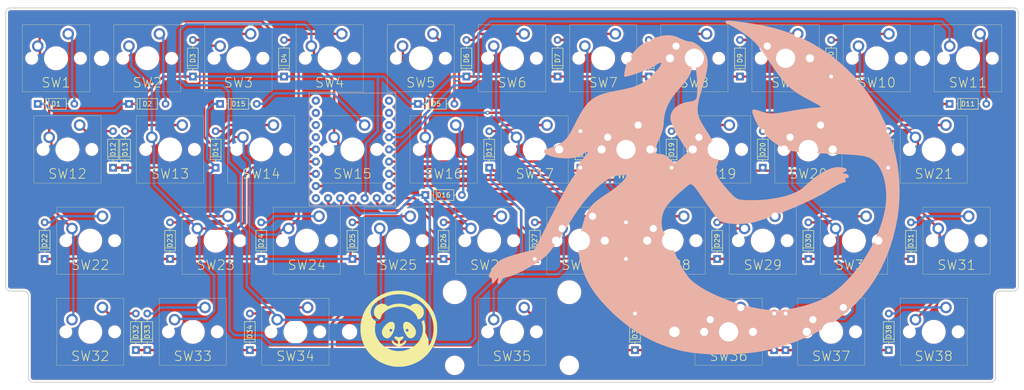
<source format=kicad_pcb>
(kicad_pcb (version 20211014) (generator pcbnew)
  (layers (0 "F.Cu" signal) (31 "B.Cu" signal) (34 "B.Paste" user) (35 "F.Paste" user) (36 "B.SilkS" user "B.Silkscreen") (37 "F.SilkS" user "F.Silkscreen") (38 "B.Mask" user) (39 "F.Mask" user) (44 "Edge.Cuts" user))
  (net 0 "")
  (net 1 "l3")
  (net 2 "Net-(D1-Pad2)")
  (net 3 "Net-(D2-Pad2)")
  (net 4 "Net-(D3-Pad2)")
  (net 5 "Net-(D4-Pad2)")
  (net 6 "Net-(D5-Pad2)")
  (net 7 "Net-(D6-Pad2)")
  (net 8 "Net-(D7-Pad2)")
  (net 9 "Net-(D8-Pad2)")
  (net 10 "Net-(D9-Pad2)")
  (net 11 "Net-(D10-Pad2)")
  (net 12 "Net-(D11-Pad2)")
  (net 13 "l2")
  (net 14 "Net-(D12-Pad2)")
  (net 15 "Net-(D13-Pad2)")
  (net 16 "Net-(D14-Pad2)")
  (net 17 "Net-(D15-Pad2)")
  (net 18 "Net-(D16-Pad2)")
  (net 19 "Net-(D17-Pad2)")
  (net 20 "Net-(D18-Pad2)")
  (net 21 "Net-(D19-Pad2)")
  (net 22 "Net-(D20-Pad2)")
  (net 23 "Net-(D21-Pad2)")
  (net 24 "l1")
  (net 25 "Net-(D22-Pad2)")
  (net 26 "Net-(D23-Pad2)")
  (net 27 "Net-(D24-Pad2)")
  (net 28 "Net-(D25-Pad2)")
  (net 29 "Net-(D26-Pad2)")
  (net 30 "Net-(D27-Pad2)")
  (net 31 "Net-(D28-Pad2)")
  (net 32 "Net-(D29-Pad2)")
  (net 33 "Net-(D30-Pad2)")
  (net 34 "Net-(D31-Pad2)")
  (net 35 "l0")
  (net 36 "Net-(D32-Pad2)")
  (net 37 "Net-(D33-Pad2)")
  (net 38 "Net-(D34-Pad2)")
  (net 39 "Net-(D35-Pad2)")
  (net 40 "Net-(D36-Pad2)")
  (net 41 "Net-(D37-Pad2)")
  (net 42 "Net-(D38-Pad2)")
  (net 43 "c1")
  (net 44 "c2")
  (net 45 "c3")
  (net 46 "c4")
  (net 47 "c5")
  (net 48 "c6")
  (net 49 "c7")
  (net 50 "c8")
  (net 51 "c9")
  (net 52 "c10")
  (net 53 "c11")
  (footprint "keyb-libs:Diode" (layer "F.Cu") (at 145.25 94.31 90)
    (fp_text reference "D17")
    (fp_text value "Diode" hide)
  )
  (footprint "keyb-libs:MX-5pin" (layer "F.Cu") (at 242.625 109.5)
    (fp_text reference "SW31")
    (fp_text value "key" hide)
  )
  (footprint "keyb-libs:Diode" (layer "F.Cu") (at 51.19 81)
    (fp_text reference "D1")
    (fp_text value "Diode" hide)
  )
  (footprint "keyb-libs:Diode" (layer "F.Cu") (at 140.5 75.31 90)
    (fp_text reference "D6")
    (fp_text value "Diode" hide)
  )
  (footprint "keyb-libs:MX-5pin" (layer "F.Cu") (at 183.25 109.5)
    (fp_text reference "SW28")
    (fp_text value "key" hide)
  )
  (footprint "keyb-libs:MX-5pin" (layer "F.Cu") (at 74 71.5)
    (fp_text reference "SW2")
    (fp_text value "key" hide)
  )
  (footprint "keyb-libs:MX-5pin" (layer "F.Cu") (at 192.75 90.5)
    (fp_text reference "SW19")
    (fp_text value "key" hide)
  )
  (footprint "keyb-libs:Diode" (layer "F.Cu") (at 204.625 132.31 90)
    (fp_text reference "D36")
    (fp_text value "Diode" hide)
  )
  (footprint "keyb-libs:Diode" (layer "F.Cu") (at 66.875 94.31 90)
    (fp_text reference "D12")
    (fp_text value "Diode" hide)
  )
  (footprint "keyb-libs:Diode" (layer "F.Cu") (at 228.5 132.31 90)
    (fp_text reference "D38")
    (fp_text value "Diode" hide)
  )
  (footprint "keyb-libs:MX-5pin" (layer "F.Cu") (at 104.875 128.5)
    (fp_text reference "SW34")
    (fp_text value "key" hide)
  )
  (footprint "keyb-libs:MX-5pin" (layer "F.Cu") (at 195.125 128.5)
    (fp_text reference "SW36")
    (fp_text value "key" hide)
  )
  (footprint "keyb-libs:MX-5pin" (layer "F.Cu") (at 202.25 109.5)
    (fp_text reference "SW29")
    (fp_text value "key" hide)
  )
  (footprint "keyb-libs:MX-5pin" (layer "F.Cu") (at 93 71.5)
    (fp_text reference "SW3")
    (fp_text value "key" hide)
  )
  (footprint "keyb-libs:MX-5pin" (layer "F.Cu") (at 116.75 90.5)
    (fp_text reference "SW15")
    (fp_text value "key" hide)
  )
  (footprint "keyb-libs:Diode" (layer "F.Cu") (at 154.75 113.31 90)
    (fp_text reference "D27")
    (fp_text value "Diode" hide)
  )
  (footprint "keyb-libs:MX-5pin" (layer "F.Cu") (at 135.75 90.5)
    (fp_text reference "SW16")
    (fp_text value "key" hide)
  )
  (footprint "keyb-libs:Diode" (layer "F.Cu") (at 116.75 113.31 90)
    (fp_text reference "D25")
    (fp_text value "Diode" hide)
  )
  (footprint "MountingHole:MountingHole_2.2mm_M2" (layer "F.Cu") (at 183.8438 128.5)
    (fp_text reference "H4" hide)
    (fp_text value "MountingHole" hide)
  )
  (footprint "keyb-libs:Diode" (layer "F.Cu") (at 175.625 132.31 90)
    (fp_text reference "D35")
    (fp_text value "Diode" hide)
  )
  (footprint "keyb-libs:MX-5pin" (layer "F.Cu") (at 126.25 109.5)
    (fp_text reference "SW25")
    (fp_text value "key" hide)
  )
  (footprint "keyb-libs:Diode" (layer "F.Cu") (at 83.5 75.31 90)
    (fp_text reference "D3")
    (fp_text value "Diode" hide)
  )
  (footprint "keyb-libs:MX-5pin" (layer "F.Cu") (at 97.75 90.5)
    (fp_text reference "SW14")
    (fp_text value "key" hide)
  )
  (footprint "keyb-libs:Diode" (layer "F.Cu") (at 89.19 81)
    (fp_text reference "D15")
    (fp_text value "Diode" hide)
  )
  (footprint "keyb-libs:MX-5pin" (layer "F.Cu") (at 55 71.5)
    (fp_text reference "SW1")
    (fp_text value "key" hide)
  )
  (footprint "keyb-libs:MX-5pin" (layer "F.Cu") (at 164.25 109.5)
    (fp_text reference "SW27")
    (fp_text value "key" hide)
  )
  (footprint "keyb-libs:Diode" (layer "F.Cu") (at 207 132.31 90)
    (fp_text reference "D37")
    (fp_text value "Diode" hide)
  )
  (footprint "keyb-libs:MX-5pin" (layer "F.Cu") (at 57.375 90.5)
    (fp_text reference "SW12")
    (fp_text value "key" hide)
  )
  (footprint "keyb-libs:MX-5pin" (layer "F.Cu") (at 237.875 128.5)
    (fp_text reference "SW38")
    (fp_text value "key" hide)
  )
  (footprint "keyb-libs:MX-5pin" (layer "F.Cu") (at 112 71.5)
    (fp_text reference "SW4")
    (fp_text value "key" hide)
  )
  (footprint "keyb-libs:Diode" (layer "F.Cu") (at 183.25 94.31 90)
    (fp_text reference "D19")
    (fp_text value "Diode" hide)
  )
  (footprint "keyb-libs:Diode" (layer "F.Cu") (at 241.19 81)
    (fp_text reference "D11")
    (fp_text value "Diode" hide)
  )
  (footprint "keyb-libs:MX-5pin" (layer "F.Cu") (at 62.125 109.5)
    (fp_text reference "SW22")
    (fp_text value "key" hide)
  )
  (footprint "keyb-libs:Diode" (layer "F.Cu") (at 97.75 113.31 90)
    (fp_text reference "D24")
    (fp_text value "Diode" hide)
  )
  (footprint "keyb-libs:Diode" (layer "F.Cu") (at 197.5 75.31 90)
    (fp_text reference "D9")
    (fp_text value "Diode" hide)
  )
  (footprint "keyb-libs:MX-5pin" (layer "F.Cu") (at 216.5 128.5)
    (fp_text reference "SW37")
    (fp_text value "key" hide)
  )
  (footprint "keyb-libs:MX-5pin" (layer "F.Cu") (at 237.875 90.5)
    (fp_text reference "SW21")
    (fp_text value "key" hide)
  )
  (footprint "keyb-libs:MX-5pin" (layer "F.Cu") (at 83.5 128.5)
    (fp_text reference "SW33")
    (fp_text value "key" hide)
  )
  (footprint "keyb-libs:MX-5pin" (layer "F.Cu") (at 226 71.5)
    (fp_text reference "SW10")
    (fp_text value "key" hide)
  )
  (footprint "keyb-libs:Diode" (layer "F.Cu") (at 178.5 75.31 90)
    (fp_text reference "D8")
    (fp_text value "Diode" hide)
  )
  (footprint "keyb-libs:Diode" (layer "F.Cu") (at 233.125 113.31 90)
    (fp_text reference "D31")
    (fp_text value "Diode" hide)
  )
  (footprint "keyb-libs:Diode" (layer "F.Cu") (at 159.5 75.31 90)
    (fp_text reference "D7")
    (fp_text value "Diode" hide)
  )
  (footprint "keyb-libs:MX-5pin_stab" (layer "F.Cu") (at 150 128.5)
    (fp_text reference "SW35")
    (fp_text value "key" hide)
  )
  (footprint "keyb-libs:MX-5pin" (layer "F.Cu") (at 62.125 128.5)
    (fp_text reference "SW32")
    (fp_text value "key" hide)
  )
  (footprint "keyb-libs:Diode" (layer "F.Cu") (at 70.19 81)
    (fp_text reference "D2")
    (fp_text value "Diode" hide)
  )
  (footprint "keyb-libs:MX-5pin" (layer "F.Cu") (at 169 71.5)
    (fp_text reference "SW7")
    (fp_text value "key" hide)
  )
  (footprint "keyb-libs:Diode" (layer "F.Cu") (at 102.5 75.31 90)
    (fp_text reference "D4")
    (fp_text value "Diode" hide)
  )
  (footprint "keyb-libs:Diode" (layer "F.Cu") (at 211.75 113.31 90)
    (fp_text reference "D30")
    (fp_text value "Diode" hide)
  )
  (footprint "MountingHole:MountingHole_2.2mm_M2" (layer "F.Cu") (at 116.1563 128.5)
    (fp_text reference "H1" hide)
    (fp_text value "MountingHole" hide)
  )
  (footprint "keyb-libs:MX-5pin" (layer "F.Cu") (at 221.25 109.5)
    (fp_text reference "SW30")
    (fp_text value "key" hide)
  )
  (footprint "keyb-libs:Diode" (layer "F.Cu") (at 228.375 94.31 90)
    (fp_text reference "D21")
    (fp_text value "Diode" hide)
  )
  (footprint "keyb-libs:Diode" (layer "F.Cu") (at 88.25 94.31 90)
    (fp_text reference "D14")
    (fp_text value "Diode" hide)
  )
  (footprint "keyb-libs:Diode" (layer "F.Cu") (at 71.625 132.31 90)
    (fp_text reference "D32")
    (fp_text value "Diode" hide)
  )
  (footprint "keyb-libs:MX-5pin" (layer "F.Cu") (at 131 71.5)
    (fp_text reference "SW5")
    (fp_text value "key" hide)
  )
  (footprint "keyb-libs:MX-5pin" (layer "F.Cu") (at 188 71.5)
    (fp_text reference "SW8")
    (fp_text value "key" hide)
  )
  (footprint "keyb-libs:MX-5pin" (layer "F.Cu") (at 211.75 90.5)
    (fp_text reference "SW20")
    (fp_text value "key" hide)
  )
  (footprint "keyb-libs:Diode" (layer "F.Cu") (at 192.75 113.31 90)
    (fp_text reference "D29")
    (fp_text value "Diode" hide)
  )
  (footprint "keyb-libs:MX-5pin" (layer "F.Cu") (at 173.75 90.5)
    (fp_text reference "SW18")
    (fp_text value "key" hide)
  )
  (footprint "keyb-libs:MX-5pin" (layer "F.Cu") (at 88.25 109.5)
    (fp_text reference "SW23")
    (fp_text value "key" hide)
  )
  (footprint "keyb-libs:Diode" (layer "F.Cu") (at 135.75 113.31 90)
    (fp_text reference "D26")
    (fp_text value "Diode" hide)
  )
  (footprint "keyb-libs:Diode" (layer "F.Cu") (at 74 132.31 90)
    (fp_text reference "D33")
    (fp_text value "Diode" hide)
  )
  (footprint "MountingHole:MountingHole_2.2mm_M2" (layer "F.Cu") (at 235.5 71.5)
    (fp_text reference "H3" hide)
    (fp_text value "MountingHole" hide)
  )
  (footprint "MountingHole:MountingHole_2.2mm_M2" (layer "F.Cu") (at 64.5 71.5)
    (fp_text reference "H2" hide)
    (fp_text value "MountingHole" hide)
  )
  (footprint "keyb-libs:Diode" (layer "F.Cu") (at 95.375 132.31 90)
    (fp_text reference "D34")
    (fp_text value "Diode" hide)
  )
  (footprint "keyb-libs:Diode" (layer "F.Cu") (at 202.25 94.31 90)
    (fp_text reference "D20")
    (fp_text value "Diode" hide)
  )
  (footprint "keyb-libs:MX-5pin" (layer "F.Cu") (at 107.25 109.5)
    (fp_text reference "SW24")
    (fp_text value "key" hide)
  )
  (footprint "keyb-libs:Diode" (layer "F.Cu") (at 173.75 113.31 90)
    (fp_text reference "D28")
    (fp_text value "Diode" hide)
  )
  (footprint "keyb-libs:MX-5pin" (layer "F.Cu") (at 245 71.5)
    (fp_text reference "SW11")
    (fp_text value "key" hide)
  )
  (footprint "keyb-libs:MX-5pin" (layer "F.Cu") (at 78.75 90.5)
    (fp_text reference "SW13")
    (fp_text value "key" hide)
  )
  (footprint "keyb-libs:Diode" (layer "F.Cu") (at 78.75 113.31 90)
    (fp_text reference "D23")
    (fp_text value "Diode" hide)
  )
  (footprint "keyb-libs:MX-5pin" (layer "F.Cu") (at 154.75 90.5)
    (fp_text reference "SW17")
    (fp_text value "key" hide)
  )
  (footprint "keyb-libs:Diode" (layer "F.Cu") (at 131.94 100)
    (fp_text reference "D16")
    (fp_text value "Diode" hide)
  )
  (footprint "keyb-libs:MX-5pin" (layer "F.Cu") (at 145.25 109.5)
    (fp_text reference "SW26")
    (fp_text value "key" hide)
  )
  (footprint "keyb-libs:Diode" (layer "F.Cu") (at 130.38 81)
    (fp_text reference "D5")
    (fp_text value "Diode" hide)
  )
  (footprint "keyb-libs:MX-5pin" (layer "F.Cu") (at 150 71.5)
    (fp_text reference "SW6")
    (fp_text value "key" hide)
  )
  (footprint "keyb-libs:MX-5pin" (layer "F.Cu") (at 207 71.5)
    (fp_text reference "SW9")
    (fp_text value "key" hide)
  )
  (footprint "keyb-libs:Diode" (layer "F.Cu") (at 216.5 75.31 90)
    (fp_text reference "D10")
    (fp_text value "Diode" hide)
  )
  (footprint "keyb-libs:Diode" (layer "F.Cu") (at 52.625 113.31 90)
    (fp_text reference "D22")
    (fp_text value "Diode" hide)
  )
  (footprint "keyb-libs:Diode" (layer "F.Cu") (at 69.375 94.31 90)
    (fp_text reference "D13")
    (fp_text value "Diode" hide)
  )
  (footprint "keyb-libs:Diode" (layer "F.Cu") (at 164.25 94.31 90)
    (fp_text reference "D18")
    (fp_text value "Diode" hide)
  )
  (footprint "keyb-libs:RP2040" (layer "B.Cu") (at 116.75 90.5 180)
    (fp_text reference "U1")
    (fp_text value "RP2040")
  )
  (gr_poly (pts (xy 195.196912 63.661968) (xy 195.332654 63.665871) (xy 195.482925 63.673412) (xy 195.648343 63.684638) (xy 195.829524 63.699596) (xy 196.027086 63.718331) (xy 196.473824 63.767324) (xy 196.993495 63.831989) (xy 197.591038 63.9127) (xy 198.271392 64.009829) (xy 199.039495 64.123751) (xy 199.900288 64.254837) (xy 200.858709 64.403462) (xy 202.704247 64.741201) (xy 204.509405 65.170122) (xy 206.272196 65.687374) (xy 207.990636 66.290107) (xy 209.662738 66.97547) (xy 211.286518 67.740612) (xy 212.859989 68.582683) (xy 214.381166 69.49883) (xy 215.848063 70.486205) (xy 217.258695 71.541956) (xy 218.611075 72.663232) (xy 219.90322 73.847182) (xy 221.133142 75.090957) (xy 222.298856 76.391704) (xy 223.398377 77.746573) (xy 224.42972 79.152714) (xy 225.390897 80.607276) (xy 226.279925 82.107407) (xy 227.094817 83.650258) (xy 227.833587 85.232977) (xy 228.494251 86.852713) (xy 229.074822 88.506616) (xy 229.573314 90.191836) (xy 229.987744 91.905521) (xy 230.316123 93.64482) (xy 230.556468 95.406883) (xy 230.706793 97.188859) (xy 230.765111 98.987898) (xy 230.729437 100.801147) (xy 230.597786 102.625758) (xy 230.368173 104.458878) (xy 230.03861 106.297658) (xy 229.450523 108.746928) (xy 228.720675 111.089597) (xy 227.850145 113.324584) (xy 226.840013 115.450814) (xy 225.691356 117.467206) (xy 224.405255 119.372684) (xy 222.982788 121.166169) (xy 221.425035 122.846582) (xy 219.733075 124.412847) (xy 217.907986 125.863883) (xy 215.950848 127.198614) (xy 213.86274 128.415961) (xy 211.644741 129.514846) (xy 209.29793 130.494191) (xy 206.823386 131.352918) (xy 204.222189 132.089948) (xy 203.125088 132.343081) (xy 201.960986 132.564591) (xy 200.740442 132.754372) (xy 199.474018 132.912318) (xy 198.172276 133.038324) (xy 196.845775 133.132285) (xy 195.505077 133.194095) (xy 194.160742 133.223649) (xy 192.823333 133.220842) (xy 191.50341 133.185568) (xy 190.211533 133.117722) (xy 188.958264 133.017198) (xy 187.754164 132.883892) (xy 186.609793 132.717697) (xy 185.535714 132.518509) (xy 184.542486 132.286222) (xy 184.542484 132.286224) (xy 184.542483 132.286227) (xy 184.542481 132.28623) (xy 184.542479 132.286233) (xy 184.542477 132.286235) (xy 184.542475 132.286238) (xy 184.542473 132.28624) (xy 184.542471 132.286243) (xy 184.542469 132.286245) (xy 184.542466 132.286246) (xy 184.542464 132.286248) (xy 184.542462 132.286249) (xy 184.54246 132.286251) (xy 184.542459 132.286251) (xy 184.542458 132.286252) (xy 184.542457 132.286252) (xy 184.542456 132.286252) (xy 184.542455 132.286252) (xy 183.450807 131.9795) (xy 182.381506 131.637242) (xy 181.333542 131.25885) (xy 180.305907 130.8437) (xy 179.297592 130.391166) (xy 178.307588 129.900622) (xy 177.334887 129.371443) (xy 176.37848 128.803003) (xy 175.437357 128.194677) (xy 174.51051 127.545838) (xy 173.596931 126.855862) (xy 172.69561 126.124123) (xy 171.805538 125.349994) (xy 170.925708 124.532851) (xy 170.055109 123.672068) (xy 169.192733 122.767018) (xy 168.681975 122.201811) (xy 168.201098 121.641388) (xy 167.749252 121.084179) (xy 167.325587 120.528613) (xy 166.929252 119.973118) (xy 166.559395 119.416123) (xy 166.215167 118.856057) (xy 165.895715 118.291349) (xy 165.600191 117.720429) (xy 165.327742 117.141724) (xy 165.077518 116.553665) (xy 164.848669 115.954678) (xy 164.640342 115.343195) (xy 164.451689 114.717643) (xy 164.281857 114.076452) (xy 164.129997 113.41805) (xy 164.039154 112.961666) (xy 163.965534 112.516439) (xy 163.909511 112.07875) (xy 163.871456 111.64498) (xy 163.851742 111.211513) (xy 163.85074 110.774728) (xy 163.868824 110.331008) (xy 163.906365 109.876735) (xy 163.963735 109.408289) (xy 164.041308 108.922054) (xy 164.139454 108.41441) (xy 164.258547 107.881739) (xy 164.398959 107.320422) (xy 164.561061 106.726842) (xy 164.745227 106.09738) (xy 164.951828 105.428418) (xy 165.116641 104.921996) (xy 165.278981 104.460357) (xy 165.443591 104.037973) (xy 165.615211 103.649314) (xy 165.798583 103.288852) (xy 165.99845 102.951057) (xy 166.219551 102.630402) (xy 166.466631 102.321357) (xy 166.744429 102.018393) (xy 167.057688 101.715982) (xy 167.411149 101.408594) (xy 167.809554 101.0907) (xy 168.257645 100.756773) (xy 168.760163 100.401283) (xy 169.32185 100.0187) (xy 169.947448 99.603498) (xy 170.397852 99.30024) (xy 170.830452 98.994944) (xy 171.242963 98.68991) (xy 171.633097 98.387434) (xy 171.998569 98.089816) (xy 172.337093 97.799353) (xy 172.646383 97.518344) (xy 172.924151 97.249087) (xy 173.168113 96.993881) (xy 173.375981 96.755023) (xy 173.54547 96.534812) (xy 173.674293 96.335546) (xy 173.760164 96.159523) (xy 173.786279 96.080946) (xy 173.800798 96.009042) (xy 173.803436 95.944097) (xy 173.793907 95.8864) (xy 173.771925 95.836237) (xy 173.737205 95.793897) (xy 173.727523 95.787283) (xy 173.713675 95.781519) (xy 173.673948 95.772499) (xy 173.618947 95.766756) (xy 173.549598 95.764208) (xy 173.466823 95.764773) (xy 173.371546 95.768372) (xy 173.264693 95.774923) (xy 173.147186 95.784344) (xy 173.01995 95.796554) (xy 172.883909 95.811473) (xy 172.589106 95.849111) (xy 172.27017 95.896607) (xy 171.934494 95.953313) (xy 171.669263 96.010137) (xy 171.397626 96.086825) (xy 171.119903 96.183057) (xy 170.836414 96.298513) (xy 170.547477 96.432875) (xy 170.253412 96.585821) (xy 169.651177 96.946193) (xy 169.032264 97.37707) (xy 168.399227 97.875897) (xy 167.754623 98.440117) (xy 167.101008 99.067173) (xy 166.440936 99.754508) (xy 165.776963 100.499565) (xy 165.111644 101.299788) (xy 164.447536 102.15262) (xy 163.787193 103.055504) (xy 163.133171 104.005883) (xy 162.488026 105.0012) (xy 161.854313 106.038899) (xy 161.233266 107.058327) (xy 160.580507 108.078403) (xy 159.915571 109.071866) (xy 159.25799 110.011452) (xy 158.627297 110.869899) (xy 158.043026 111.619944) (xy 157.52471 112.234326) (xy 157.296389 112.482123) (xy 157.091881 112.685781) (xy 156.721291 113.010108) (xy 156.280312 113.354883) (xy 155.77968 113.714398) (xy 155.230135 114.082943) (xy 154.642413 114.45481) (xy 154.027252 114.824291) (xy 153.39539 115.185676) (xy 152.757565 115.533258) (xy 152.124513 115.861326) (xy 151.506972 116.164174) (xy 150.915681 116.436092) (xy 150.361376 116.671371) (xy 149.854796 116.864304) (xy 149.406677 117.009181) (xy 149.027758 117.100293) (xy 148.728776 117.131932) (xy 148.695658 117.132833) (xy 148.662275 117.135504) (xy 148.628687 117.139902) (xy 148.59495 117.145983) (xy 148.561123 117.153703) (xy 148.527263 117.163017) (xy 148.459679 117.186254) (xy 148.392659 117.215339) (xy 148.326669 117.24992) (xy 148.26217 117.289644) (xy 148.199626 117.334159) (xy 148.1395 117.383111) (xy 148.082256 117.436147) (xy 148.028356 117.492915) (xy 147.978265 117.553061) (xy 147.932444 117.616232) (xy 147.891358 117.682076) (xy 147.85547 117.75024) (xy 147.83962 117.785082) (xy 147.825242 117.820371) (xy 147.789263 117.908266) (xy 147.751384 117.989869) (xy 147.71187 118.065217) (xy 147.670988 118.134351) (xy 147.629001 118.197309) (xy 147.586175 118.254131) (xy 147.542776 118.304855) (xy 147.499068 118.349521) (xy 147.455316 118.388168) (xy 147.411787 118.420835) (xy 147.368744 118.447561) (xy 147.326454 118.468385) (xy 147.285181 118.483346) (xy 147.24519 118.492484) (xy 147.206747 118.495837) (xy 147.170117 118.493444) (xy 147.135565 118.485346) (xy 147.103357 118.47158) (xy 147.073756 118.452186) (xy 147.047029 118.427204) (xy 147.023441 118.396671) (xy 147.003257 118.360628) (xy 146.986742 118.319113) (xy 146.974161 118.272165) (xy 146.96578 118.219824) (xy 146.961863 118.162129) (xy 146.962676 118.099119) (xy 146.968483 118.030832) (xy 146.979552 117.957309) (xy 146.996145 117.878588) (xy 147.018529 117.794708) (xy 147.046968 117.705709) (xy 147.08543 117.591303) (xy 147.116308 117.492766) (xy 147.139309 117.410169) (xy 147.154141 117.343587) (xy 147.158401 117.316324) (xy 147.16051 117.293091) (xy 147.160429 117.2739) (xy 147.158122 117.258757) (xy 147.153554 117.247673) (xy 147.146686 117.240656) (xy 147.137483 117.237717) (xy 147.125908 117.238863) (xy 147.111924 117.244104) (xy 147.095495 117.25345) (xy 147.076584 117.266909) (xy 147.055154 117.284491) (xy 147.004591 117.332059) (xy 146.943514 117.396228) (xy 146.87163 117.47707) (xy 146.788645 117.574659) (xy 146.694266 117.689068) (xy 146.588201 117.820371) (xy 146.471386 117.964997) (xy 146.367412 118.090758) (xy 146.275526 118.197769) (xy 146.194974 118.286145) (xy 146.125002 118.356001) (xy 146.093748 118.38402) (xy 146.064856 118.407452) (xy 146.038233 118.426311) (xy 146.013783 118.440613) (xy 145.991413 118.450371) (xy 145.971029 118.4556) (xy 145.952536 118.456314) (xy 145.935839 118.452527) (xy 145.920846 118.444255) (xy 145.907461 118.431511) (xy 145.895591 118.41431) (xy 145.88514 118.392665) (xy 145.876015 118.366593) (xy 145.868122 118.336106) (xy 145.861367 118.30122) (xy 145.855654 118.261948) (xy 145.846982 118.170306) (xy 145.841352 118.061296) (xy 145.83801 117.935033) (xy 145.833897 117.853215) (xy 145.824988 117.77369) (xy 145.811537 117.696872) (xy 145.793796 117.623171) (xy 145.77202 117.553) (xy 145.74646 117.48677) (xy 145.717371 117.424893) (xy 145.685005 117.367781) (xy 145.649616 117.315845) (xy 145.611456 117.269499) (xy 145.570779 117.229153) (xy 145.549576 117.211358) (xy 145.527838 117.195219) (xy 145.505598 117.180785) (xy 145.482886 117.168108) (xy 145.459735 117.157241) (xy 145.436176 117.148234) (xy 145.412241 117.141139) (xy 145.387961 117.136008) (xy 145.363369 117.132891) (xy 145.338495 117.131841) (xy 145.279175 117.123943) (xy 145.233446 117.10082) (xy 145.200776 117.063333) (xy 145.180631 117.012338) (xy 145.172481 116.948694) (xy 145.17579 116.873261) (xy 145.190028 116.786895) (xy 145.21466 116.690457) (xy 145.249154 116.584804) (xy 145.292978 116.470794) (xy 145.406482 116.221141) (xy 145.55091 115.948365) (xy 145.722 115.659333) (xy 145.915489 115.360914) (xy 146.127116 115.059976) (xy 146.352617 114.763386) (xy 146.587731 114.478012) (xy 146.828196 114.210722) (xy 147.069749 113.968383) (xy 147.189602 113.858717) (xy 147.308129 113.757865) (xy 147.424796 113.666684) (xy 147.539071 113.586034) (xy 147.659673 113.512399) (xy 147.808213 113.432925) (xy 147.982589 113.34836) (xy 148.180695 113.259452) (xy 148.639685 113.071601) (xy 149.16835 112.875361) (xy 149.749856 112.676719) (xy 150.367371 112.481661) (xy 151.004061 112.296175) (xy 151.643094 112.126248) (xy 154.719918 111.349759) (xy 158.189435 104.42056) (xy 159.605991 101.653376) (xy 160.898189 99.241262) (xy 161.453057 98.249375) (xy 161.923319 97.443478) (xy 162.291136 96.855978) (xy 162.538669 96.519284) (xy 162.628631 96.415526) (xy 162.716754 96.305394) (xy 162.802553 96.189853) (xy 162.885544 96.06987) (xy 162.965239 95.946411) (xy 163.041155 95.82044) (xy 163.112804 95.692925) (xy 163.179703 95.564832) (xy 163.241365 95.437125) (xy 163.297304 95.310772) (xy 163.347036 95.186738) (xy 163.390075 95.065989) (xy 163.425935 94.949491) (xy 163.454131 94.838209) (xy 163.474177 94.733111) (xy 163.485588 94.635161) (xy 163.499271 94.535113) (xy 163.525991 94.423863) (xy 163.565038 94.302583) (xy 163.615702 94.172447) (xy 163.677271 94.034628) (xy 163.749035 93.890299) (xy 163.830284 93.740632) (xy 163.920308 93.586802) (xy 164.018396 93.429982) (xy 164.123838 93.271343) (xy 164.235923 93.11206) (xy 164.353941 92.953305) (xy 164.477181 92.796251) (xy 164.604933 92.642072) (xy 164.736487 92.491941) (xy 164.871132 92.34703) (xy 165.10953 92.090441) (xy 165.310121 91.858699) (xy 165.473422 91.65261) (xy 165.599951 91.472977) (xy 165.649587 91.393334) (xy 165.690225 91.320607) (xy 165.721928 91.254897) (xy 165.744762 91.196303) (xy 165.75879 91.144928) (xy 165.764079 91.100871) (xy 165.760691 91.064233) (xy 165.748693 91.035115) (xy 165.728149 91.013617) (xy 165.699123 90.999841) (xy 165.66168 90.993885) (xy 165.615885 90.995852) (xy 165.561802 91.005841) (xy 165.499497 91.023954) (xy 165.429034 91.050291) (xy 165.350477 91.084952) (xy 165.263891 91.128038) (xy 165.169341 91.17965) (xy 164.956608 91.308853) (xy 164.712795 91.473367) (xy 164.438419 91.673995) (xy 164.30347 91.766184) (xy 164.152074 91.851593) (xy 163.98526 91.930255) (xy 163.804057 92.002204) (xy 163.402604 92.126102) (xy 162.95595 92.223558) (xy 162.47233 92.294847) (xy 161.959979 92.340239) (xy 161.427131 92.360009) (xy 160.882023 92.354428) (xy 160.33289 92.32377) (xy 159.787966 92.268308) (xy 159.255487 92.188313) (xy 158.743687 92.08406) (xy 158.260803 91.95582) (xy 157.815068 91.803866) (xy 157.414719 91.628471) (xy 157.234137 91.532068) (xy 157.06799 91.429908) (xy 156.871901 91.298633) (xy 156.699273 91.179841) (xy 156.549807 91.072972) (xy 156.423205 90.977469) (xy 156.319169 90.892776) (xy 156.237401 90.818333) (xy 156.204774 90.784781) (xy 156.177603 90.753583) (xy 156.168869 90.741974) (xy 179.856358 90.741974) (xy 179.856796 90.832377) (xy 179.864516 90.915151) (xy 179.879532 90.990574) (xy 179.901856 91.058924) (xy 179.931501 91.120479) (xy 179.968481 91.175514) (xy 180.012809 91.224309) (xy 180.064497 91.267139) (xy 180.123559 91.304284) (xy 180.190008 91.336019) (xy 180.263857 91.362623) (xy 180.433807 91.401547) (xy 180.633513 91.423273) (xy 180.863081 91.430022) (xy 180.977029 91.434785) (xy 181.096238 91.448758) (xy 181.21973 91.471471) (xy 181.346528 91.502454) (xy 181.475653 91.541236) (xy 181.606129 91.587346) (xy 181.736977 91.640314) (xy 181.867221 91.699668) (xy 181.995881 91.764939) (xy 182.121981 91.835655) (xy 182.244543 91.911346) (xy 182.362589 91.991542) (xy 182.475142 92.075771) (xy 182.581223 92.163563) (xy 182.679856 92.254447) (xy 182.770063 92.347953) (xy 182.953035 92.548555) (xy 183.116841 92.721967) (xy 183.192681 92.79838) (xy 183.265077 92.867882) (xy 183.334481 92.930433) (xy 183.401341 92.985995) (xy 183.466106 93.03453) (xy 183.529228 93.076001) (xy 183.591154 93.110368) (xy 183.652336 93.137594) (xy 183.713221 93.157641) (xy 183.77426 93.170469) (xy 183.835903 93.176042) (xy 183.898599 93.174321) (xy 183.962798 93.165268) (xy 184.028949 93.148844) (xy 184.097502 93.125012) (xy 184.168906 93.093733) (xy 184.243611 93.054969) (xy 184.322067 93.008682) (xy 184.404723 92.954833) (xy 184.492028 92.893385) (xy 184.584434 92.8243) (xy 184.682388 92.747539) (xy 184.896741 92.570836) (xy 185.138685 92.362972) (xy 185.411817 92.123641) (xy 185.41168 92.123656) (xy 186.676542 91.010436) (xy 184.837972 88.165832) (xy 184.644614 87.860178) (xy 184.458071 87.552467) (xy 184.108556 86.937919) (xy 183.795675 86.33629) (xy 183.525675 85.761681) (xy 183.408706 85.488915) (xy 183.3048 85.228191) (xy 183.214738 84.981274) (xy 183.139299 84.749924) (xy 183.079266 84.535904) (xy 183.035418 84.340978) (xy 183.008537 84.166908) (xy 182.999403 84.015456) (xy 183.003529 83.853359) (xy 183.015836 83.693829) (xy 183.036218 83.536967) (xy 183.064571 83.38287) (xy 183.100787 83.231638) (xy 183.144761 83.08337) (xy 183.196388 82.938163) (xy 183.255561 82.796118) (xy 183.322176 82.657332) (xy 183.396125 82.521905) (xy 183.477303 82.389935) (xy 183.565605 82.261521) (xy 183.660924 82.136762) (xy 183.763156 82.015757) (xy 183.872193 81.898605) (xy 183.987931 81.785403) (xy 184.110263 81.676252) (xy 184.239084 81.57125) (xy 184.374289 81.470496) (xy 184.51577 81.374088) (xy 184.663423 81.282125) (xy 184.817141 81.194707) (xy 184.976819 81.111931) (xy 185.142351 81.033898) (xy 185.313632 80.960704) (xy 185.490555 80.89245) (xy 185.673015 80.829235) (xy 185.860906 80.771156) (xy 186.054122 80.718313) (xy 186.252557 80.670804) (xy 186.456106 80.628728) (xy 186.664663 80.592185) (xy 186.971574 80.541662) (xy 187.242713 80.492638) (xy 187.480412 80.44274) (xy 187.687004 80.389597) (xy 187.779364 80.361067) (xy 187.864822 80.330836) (xy 187.943669 80.298607) (xy 188.016198 80.264084) (xy 188.082699 80.22697) (xy 188.143464 80.186968) (xy 188.198784 80.143783) (xy 188.248953 80.097118) (xy 188.29426 80.046675) (xy 188.334997 79.992159) (xy 188.371456 79.933273) (xy 188.403929 79.86972) (xy 188.432707 79.801204) (xy 188.458082 79.727428) (xy 188.480345 79.648095) (xy 188.499788 79.56291) (xy 188.531378 79.373795) (xy 188.555187 79.15771) (xy 188.573547 78.912282) (xy 188.588789 78.63514) (xy 188.603162 78.28245) (xy 188.612516 77.917205) (xy 188.616939 77.549989) (xy 188.616519 77.191386) (xy 188.611342 76.851978) (xy 188.601497 76.542349) (xy 188.587071 76.273082) (xy 188.568151 76.05476) (xy 188.436463 74.825178) (xy 188.263822 73.15794) (xy 188.213575 72.744604) (xy 188.147945 72.328425) (xy 188.069711 71.920697) (xy 187.981647 71.532717) (xy 187.886532 71.175778) (xy 187.787142 70.861176) (xy 187.736712 70.723281) (xy 187.686254 70.600206) (xy 187.636116 70.493363) (xy 187.586645 70.404164) (xy 187.523406 70.304801) (xy 187.494491 70.262408) (xy 187.467368 70.224931) (xy 187.442028 70.192414) (xy 187.418463 70.1649) (xy 187.396663 70.142433) (xy 187.376622 70.125055) (xy 187.358329 70.11281) (xy 187.341777 70.105741) (xy 187.334151 70.104161) (xy 187.326956 70.103892) (xy 187.320193 70.104938) (xy 187.31386 70.107305) (xy 187.307955 70.110999) (xy 187.302478 70.116024) (xy 187.292802 70.130093) (xy 187.284825 70.149554) (xy 187.278536 70.17445) (xy 187.273929 70.204826) (xy 187.270994 70.240724) (xy 187.269722 70.282188) (xy 187.270106 70.329261) (xy 187.272136 70.381985) (xy 187.275805 70.440405) (xy 187.288022 70.574505) (xy 187.306689 70.731905) (xy 187.331738 70.912952) (xy 187.363101 71.117991) (xy 187.400709 71.347371) (xy 187.470158 71.809405) (xy 187.516763 72.24463) (xy 187.538887 72.657239) (xy 187.534894 73.051421) (xy 187.503146 73.431368) (xy 187.476352 73.617314) (xy 187.442006 73.801272) (xy 187.399903 73.983767) (xy 187.349839 74.165323) (xy 187.291609 74.346464) (xy 187.225008 74.527713) (xy 187.149831 74.709595) (xy 187.065875 74.892633) (xy 186.870805 75.264274) (xy 186.638159 75.646827) (xy 186.366303 76.044483) (xy 186.053599 76.461434) (xy 185.69841 76.90187) (xy 185.2991 77.369983) (xy 184.854032 77.869965) (xy 184.456194 78.322886) (xy 184.085459 78.773257) (xy 183.741622 79.221538) (xy 183.424474 79.668193) (xy 183.133809 80.113682) (xy 182.869421 80.558468) (xy 182.631101 81.003011) (xy 182.418643 81.447773) (xy 182.23184 81.893217) (xy 182.070484 82.339803) (xy 181.93437 82.787993) (xy 181.823289 83.23825) (xy 181.737036 83.691033) (xy 181.675402 84.146807) (xy 181.638181 84.606031) (xy 181.625166 85.069167) (xy 181.620196 85.203012) (xy 181.606123 85.353471) (xy 181.583415 85.518896) (xy 181.552538 85.69764) (xy 181.513959 85.888056) (xy 181.468145 86.088497) (xy 181.415563 86.297315) (xy 181.356679 86.512864) (xy 181.221873 86.957566) (xy 181.067463 87.409425) (xy 180.984073 87.63392) (xy 180.897182 87.855263) (xy 180.807257 88.071808) (xy 180.714765 88.281905) (xy 180.507398 88.746348) (xy 180.328428 89.164742) (xy 180.177959 89.539307) (xy 180.056096 89.872263) (xy 179.962944 90.165828) (xy 179.898607 90.422223) (xy 179.863189 90.643666) (xy 179.856358 90.741974) (xy 156.168869 90.741974) (xy 156.155849 90.724669) (xy 156.139476 90.697969) (xy 156.128446 90.673413) (xy 156.122723 90.650932) (xy 156.122268 90.630456) (xy 156.127045 90.611916) (xy 156.137016 90.595241) (xy 156.152145 90.580362) (xy 156.172393 90.56721) (xy 156.197723 90.555714) (xy 156.228099 90.545804) (xy 156.263483 90.537412) (xy 156.349125 90.5249) (xy 156.454352 90.51762) (xy 156.578866 90.515014) (xy 156.6795 90.509762) (xy 156.797324 90.494971) (xy 156.930875 90.47113) (xy 157.07869 90.438729) (xy 157.239306 90.398256) (xy 157.41126 90.350201) (xy 157.593089 90.295054) (xy 157.78333 90.233304) (xy 158.183196 90.091951) (xy 158.599153 89.930058) (xy 159.019498 89.751539) (xy 159.227658 89.657269) (xy 159.432526 89.560309) (xy 159.731222 89.41082) (xy 160.007052 89.261315) (xy 160.262828 89.108488) (xy 160.501362 88.949032) (xy 160.725464 88.779641) (xy 160.832983 88.690186) (xy 160.937947 88.597008) (xy 161.04071 88.499692) (xy 161.141622 88.397826) (xy 161.241035 88.290996) (xy 161.3393 88.178789) (xy 161.533793 87.93659) (xy 161.727913 87.667923) (xy 161.924469 87.369481) (xy 162.126276 87.037957) (xy 162.336142 86.670044) (xy 162.556881 86.262437) (xy 162.791303 85.811828) (xy 163.042221 85.31491) (xy 163.527182 84.360051) (xy 163.9827 83.505518) (xy 164.417985 82.744252) (xy 164.842251 82.069192) (xy 165.26471 81.47328) (xy 165.478139 81.202797) (xy 165.694572 80.949455) (xy 165.915158 80.712369) (xy 166.14105 80.490658) (xy 166.373399 80.283439) (xy 166.613357 80.089829) (xy 166.862074 79.908947) (xy 167.120703 79.73991) (xy 167.390396 79.581835) (xy 167.672302 79.43384) (xy 167.967575 79.295043) (xy 168.277365 79.16456) (xy 168.945105 78.925011) (xy 169.684732 78.708132) (xy 170.505459 78.506864) (xy 171.416499 78.314149) (xy 172.427063 78.122925) (xy 173.071604 78.000712) (xy 173.670205 77.875316) (xy 174.227014 77.744719) (xy 174.746179 77.606898) (xy 175.231848 77.459836) (xy 175.68817 77.301511) (xy 176.119292 77.129903) (xy 176.529364 76.942994) (xy 176.922534 76.738762) (xy 177.302949 76.515187) (xy 177.674758 76.27025) (xy 178.042109 76.001931) (xy 178.409151 75.708209) (xy 178.780031 75.387065) (xy 179.158899 75.036479) (xy 179.549902 74.65443) (xy 179.889788 74.30544) (xy 180.18927 73.979698) (xy 180.447922 73.679221) (xy 180.665319 73.406023) (xy 180.841035 73.162119) (xy 180.974647 72.949524) (xy 181.065727 72.770254) (xy 181.095185 72.693745) (xy 181.113851 72.626322) (xy 181.121672 72.568239) (xy 181.118594 72.519745) (xy 181.104565 72.481094) (xy 181.079531 72.452537) (xy 181.043438 72.434326) (xy 180.996235 72.426713) (xy 180.937867 72.429949) (xy 180.868282 72.444288) (xy 180.787427 72.469979) (xy 180.695247 72.507276) (xy 180.476705 72.617694) (xy 180.212229 72.777556) (xy 179.901396 72.988876) (xy 179.673665 73.13335) (xy 179.374107 73.296218) (xy 179.013101 73.473655) (xy 178.601023 73.661838) (xy 177.665164 74.055143) (xy 176.649552 74.445541) (xy 175.637208 74.802438) (xy 174.711153 75.095241) (xy 174.306428 75.208048) (xy 173.954409 75.293358) (xy 173.665472 75.347349) (xy 173.449997 75.366196) (xy 173.439957 75.364255) (xy 173.430813 75.358496) (xy 173.422559 75.349015) (xy 173.415188 75.335905) (xy 173.408695 75.319263) (xy 173.403074 75.299183) (xy 173.398318 75.27576) (xy 173.394422 75.249091) (xy 173.389186 75.186389) (xy 173.387317 75.11184) (xy 173.388767 75.026203) (xy 173.39349 74.93024) (xy 173.401436 74.824711) (xy 173.412558 74.710377) (xy 173.426809 74.588) (xy 173.444141 74.45834) (xy 173.464506 74.322158) (xy 173.487855 74.180214) (xy 173.514142 74.033271) (xy 173.543319 73.882088) (xy 173.656301 73.4012) (xy 173.800948 72.927367) (xy 173.976193 72.461889) (xy 174.180972 72.006067) (xy 174.41422 71.561202) (xy 174.67487 71.128595) (xy 174.961857 70.709548) (xy 175.274116 70.305362) (xy 175.610581 69.917338) (xy 175.970186 69.546776) (xy 176.351866 69.194979) (xy 176.754556 68.863247) (xy 177.177189 68.552881) (xy 177.618701 68.265183) (xy 178.078026 68.001453) (xy 178.554098 67.762993) (xy 179.057722 67.537233) (xy 179.541662 67.33844) (xy 180.007261 67.166525) (xy 180.455864 67.021399) (xy 180.888814 66.902974) (xy 181.307455 66.811161) (xy 181.713131 66.745871) (xy 182.107185 66.707016) (xy 182.490962 66.694507) (xy 182.865804 66.708256) (xy 183.233057 66.748173) (xy 183.594063 66.81417) (xy 183.950167 66.906159) (xy 184.302712 67.02405) (xy 184.653041 67.167755) (xy 185.0025 67.337186) (xy 185.141091 67.407027) (xy 185.284965 67.474909) (xy 185.432987 67.540482) (xy 185.584019 67.603394) (xy 185.890576 67.719826) (xy 186.19555 67.821395) (xy 186.344603 67.865727) (xy 186.489854 67.905289) (xy 186.630166 67.939728) (xy 186.764404 67.968694) (xy 186.891431 67.991835) (xy 187.010112 68.0088) (xy 187.119311 68.019236) (xy 187.217893 68.022793) (xy 187.26582 68.024548) (xy 187.316612 68.029754) (xy 187.42622 68.050175) (xy 187.545567 68.083371) (xy 187.673502 68.128653) (xy 187.808878 68.185333) (xy 187.950544 68.252724) (xy 188.09735 68.330137) (xy 188.248147 68.416884) (xy 188.401785 68.512279) (xy 188.557115 68.615633) (xy 188.712987 68.726258) (xy 188.868251 68.843467) (xy 189.021758 68.966572) (xy 189.172359 69.094884) (xy 189.318903 69.227716) (xy 189.460241 69.36438) (xy 189.608384 69.51714) (xy 189.747593 69.670485) (xy 189.877894 69.824871) (xy 189.999314 69.980755) (xy 190.111882 70.138595) (xy 190.215624 70.298847) (xy 190.310567 70.461969) (xy 190.396739 70.628418) (xy 190.474167 70.79865) (xy 190.542879 70.973123) (xy 190.602901 71.152294) (xy 190.654261 71.336619) (xy 190.696986 71.526557) (xy 190.731103 71.722563) (xy 190.75664 71.925095) (xy 190.773624 72.13461) (xy 190.782082 72.351566) (xy 190.782042 72.576418) (xy 190.77353 72.809624) (xy 190.756575 73.051642) (xy 190.731202 73.302928) (xy 190.697441 73.563939) (xy 190.604858 74.116965) (xy 190.479044 74.714376) (xy 190.320218 75.359829) (xy 190.128598 76.056981) (xy 189.904401 76.809486) (xy 189.33599 78.707059) (xy 189.116162 79.50595) (xy 188.940294 80.22088) (xy 188.809164 80.863827) (xy 188.723553 81.446767) (xy 188.684239 81.981678) (xy 188.692003 82.480537) (xy 188.713783 82.72019) (xy 188.747624 82.955321) (xy 188.851883 83.418007) (xy 189.005558 83.880574) (xy 189.20943 84.354997) (xy 189.464279 84.853254) (xy 189.770883 85.387322) (xy 190.130023 85.969179) (xy 190.542478 86.610801) (xy 190.95703 87.262098) (xy 191.332151 87.881272) (xy 191.66828 88.469835) (xy 191.965855 89.029301) (xy 192.225314 89.561186) (xy 192.447097 90.067003) (xy 192.631641 90.548265) (xy 192.779384 91.006488) (xy 192.890766 91.443184) (xy 192.966225 91.859869) (xy 193.0062 92.258056) (xy 193.011128 92.639259) (xy 192.981448 93.004992) (xy 192.917598 93.356769) (xy 192.820018 93.696105) (xy 192.689146 94.024512) (xy 192.638706 94.143682) (xy 192.595845 94.263544) (xy 192.560709 94.384382) (xy 192.533443 94.506475) (xy 192.514192 94.630106) (xy 192.5031 94.755554) (xy 192.500314 94.883102) (xy 192.505978 95.01303) (xy 192.520237 95.145621) (xy 192.543237 95.281153) (xy 192.575123 95.41991) (xy 192.616039 95.562173) (xy 192.666131 95.708221) (xy 192.725544 95.858337) (xy 192.794423 96.012802) (xy 192.872914 96.171897) (xy 192.961161 96.335903) (xy 193.05931 96.505101) (xy 193.167505 96.679772) (xy 193.285892 96.860198) (xy 193.553822 97.239439) (xy 193.864261 97.645071) (xy 194.21837 98.079346) (xy 194.61731 98.544511) (xy 195.062242 99.042817) (xy 195.554327 99.576512) (xy 195.790133 99.825932) (xy 196.006511 100.045946) (xy 196.209157 100.238381) (xy 196.30711 100.324828) (xy 196.403767 100.405065) (xy 196.499839 100.47932) (xy 196.596038 100.547822) (xy 196.693076 100.610799) (xy 196.791666 100.668479) (xy 196.89252 100.721091) (xy 196.996349 100.768863) (xy 197.103865 100.812023) (xy 197.215782 100.8508) (xy 197.33281 100.885421) (xy 197.455662 100.916116) (xy 197.58505 100.943111) (xy 197.721686 100.966637) (xy 197.866282 100.98692) (xy 198.019551 101.00419) (xy 198.182203 101.018674) (xy 198.354952 101.030601) (xy 198.733587 101.047697) (xy 199.161152 101.057303) (xy 199.643343 101.061246) (xy 200.185858 101.061353) (xy 201.039378 101.046717) (xy 201.883493 101.007302) (xy 202.714726 100.943996) (xy 203.5296 100.857685) (xy 204.324639 100.749257) (xy 205.096366 100.619598) (xy 205.841306 100.469596) (xy 206.555981 100.300138) (xy 207.236916 100.11211) (xy 207.880635 99.906399) (xy 208.483659 99.683893) (xy 209.042515 99.445479) (xy 209.553724 99.192043) (xy 210.013812 98.924472) (xy 210.4193 98.643655) (xy 210.766714 98.350476) (xy 211.30741 97.851122) (xy 211.83699 97.382975) (xy 212.355212 96.946176) (xy 212.861838 96.540864) (xy 213.356627 96.167177) (xy 213.83934 95.825254) (xy 214.309737 95.515235) (xy 214.767578 95.23726) (xy 215.212623 94.991466) (xy 215.644633 94.777993) (xy 216.063367 94.596981) (xy 216.468586 94.448568) (xy 216.86005 94.332893) (xy 217.237519 94.250097) (xy 217.600754 94.200316) (xy 217.949514 94.183692) (xy 218.257178 94.190518) (xy 218.539234 94.210293) (xy 218.79451 94.241964) (xy 219.021834 94.284476) (xy 219.220034 94.336776) (xy 219.387937 94.397809) (xy 219.460161 94.431271) (xy 219.524372 94.466521) (xy 219.580422 94.503428) (xy 219.628166 94.54186) (xy 219.667456 94.581684) (xy 219.698147 94.62277) (xy 219.720092 94.664985) (xy 219.733144 94.708197) (xy 219.737156 94.752276) (xy 219.731983 94.797089) (xy 219.717477 94.842504) (xy 219.693493 94.88839) (xy 219.659883 94.934615) (xy 219.616501 94.981047) (xy 219.563201 95.027555) (xy 219.499836 95.074006) (xy 219.42626 95.120269) (xy 219.342326 95.166213) (xy 219.247887 95.211705) (xy 219.142797 95.256614) (xy 219.111938 95.269484) (xy 219.08362 95.282166) (xy 219.057835 95.294649) (xy 219.034572 95.306923) (xy 219.013825 95.318978) (xy 218.995583 95.330804) (xy 218.979838 95.34239) (xy 218.966582 95.353727) (xy 218.955806 95.364804) (xy 218.947501 95.37561) (xy 218.941658 95.386136) (xy 218.938269 95.396372) (xy 218.937324 95.406307) (xy 218.938815 95.41593) (xy 218.942734 95.425233) (xy 218.949072 95.434204) (xy 218.957819 95.442834) (xy 218.968967 95.451112) (xy 218.982508 95.459027) (xy 218.998433 95.466571) (xy 219.016732 95.473732) (xy 219.037398 95.480501) (xy 219.060421 95.486866) (xy 219.085793 95.492819) (xy 219.113505 95.498348) (xy 219.143548 95.503444) (xy 219.175913 95.508096) (xy 219.210593 95.512294) (xy 219.286858 95.519289) (xy 219.372274 95.524344) (xy 219.450109 95.530439) (xy 219.524653 95.541349) (xy 219.595797 95.556746) (xy 219.663433 95.576301) (xy 219.72745 95.599685) (xy 219.78774 95.626571) (xy 219.844194 95.65663) (xy 219.896702 95.689533) (xy 219.945156 95.724952) (xy 219.989446 95.762558) (xy 220.029463 95.802024) (xy 220.065097 95.84302) (xy 220.096241 95.885218) (xy 220.122783 95.928289) (xy 220.144616 95.971906) (xy 220.16163 96.01574) (xy 220.173716 96.059461) (xy 220.180765 96.102742) (xy 220.182668 96.145255) (xy 220.179315 96.18667) (xy 220.170597 96.22666) (xy 220.156406 96.264896) (xy 220.136631 96.301049) (xy 220.111165 96.334791) (xy 220.079897 96.365793) (xy 220.042718 96.393727) (xy 219.99952 96.418266) (xy 219.950193 96.439079) (xy 219.894628 96.455838) (xy 219.832716 96.468216) (xy 219.764347 96.475884) (xy 219.689413 96.478513) (xy 219.664869 96.479113) (xy 219.641371 96.480894) (xy 219.618931 96.483826) (xy 219.597563 96.48788) (xy 219.57728 96.493027) (xy 219.558095 96.499236) (xy 219.54002 96.506479) (xy 219.523069 96.514727) (xy 219.507254 96.523949) (xy 219.492589 96.534117) (xy 219.479086 96.545201) (xy 219.466759 96.557171) (xy 219.455619 96.569998) (xy 219.445682 96.583654) (xy 219.436958 96.598107) (xy 219.429462 96.61333) (xy 219.423206 96.629292) (xy 219.418203 96.645964) (xy 219.414467 96.663317) (xy 219.412009 96.681321) (xy 219.410843 96.699947) (xy 219.410983 96.719166) (xy 219.41244 96.738948) (xy 219.415229 96.759263) (xy 219.419361 96.780082) (xy 219.42485 96.801377) (xy 219.431709 96.823116) (xy 219.439951 96.845272) (xy 219.449588 96.867814) (xy 219.460635 96.890714) (xy 219.473102 96.913941) (xy 219.487005 96.937467) (xy 219.500669 96.960992) (xy 219.51244 96.98422) (xy 219.522341 97.007119) (xy 219.530397 97.029662) (xy 219.536634 97.051817) (xy 219.541075 97.073557) (xy 219.543746 97.094852) (xy 219.54467 97.115672) (xy 219.543874 97.135987) (xy 219.541382 97.155769) (xy 219.537218 97.174988) (xy 219.531408 97.193614) (xy 219.523975 97.211619) (xy 219.514945 97.228972) (xy 219.504342 97.245645) (xy 219.492191 97.261607) (xy 219.478517 97.27683) (xy 219.463345 97.291284) (xy 219.446699 97.30494) (xy 219.428604 97.317768) (xy 219.409084 97.329738) (xy 219.388165 97.340822) (xy 219.365872 97.35099) (xy 219.342228 97.360213) (xy 219.317259 97.368461) (xy 219.290989 97.375704) (xy 219.263443 97.381914) (xy 219.234647 97.387061) (xy 219.204623 97.391115) (xy 219.173399 97.394047) (xy 219.140997 97.395828) (xy 219.107443 97.396428) (xy 219.069925 97.398751) (xy 219.025916 97.405642) (xy 218.919278 97.432677) (xy 218.78925 97.476622) (xy 218.637551 97.536567) (xy 218.465901 97.611601) (xy 218.27602 97.700814) (xy 218.069628 97.803294) (xy 217.848444 97.918132) (xy 217.614188 98.044417) (xy 217.368581 98.181237) (xy 216.85019 98.482845) (xy 216.30703 98.815671) (xy 215.752859 99.172429) (xy 215.157714 99.541157) (xy 214.437188 99.947198) (xy 212.685202 100.843677) (xy 210.627319 101.806779) (xy 208.393957 102.781416) (xy 206.115534 103.712502) (xy 203.922467 104.544948) (xy 201.945176 105.22367) (xy 201.078201 105.488168) (xy 200.314077 105.693578) (xy 199.810638 105.803175) (xy 199.285077 105.891588) (xy 198.743459 105.959262) (xy 198.191852 106.006644) (xy 197.636322 106.034182) (xy 197.082936 106.042321) (xy 196.537761 106.031509) (xy 196.006862 106.002193) (xy 195.496308 105.954818) (xy 195.012164 105.889833) (xy 194.560497 105.807683) (xy 194.147374 105.708815) (xy 193.778861 105.593676) (xy 193.461026 105.462714) (xy 193.199934 105.316374) (xy 193.092563 105.237577) (xy 193.001653 105.155103) (xy 192.924683 105.070911) (xy 192.824865 104.95275) (xy 192.563012 104.623164) (xy 192.228757 104.183626) (xy 191.834762 103.65142) (xy 191.393688 103.043828) (xy 190.918197 102.378132) (xy 190.42095 101.671617) (xy 189.91461 100.941564) (xy 189.112697 99.782355) (xy 188.782814 99.314948) (xy 188.493952 98.917198) (xy 188.241342 98.585248) (xy 188.020213 98.31524) (xy 187.825794 98.10332) (xy 187.653315 97.945629) (xy 187.573813 97.885915) (xy 187.498006 97.838312) (xy 187.4253 97.802338) (xy 187.355097 97.777511) (xy 187.286801 97.763349) (xy 187.219817 97.75937) (xy 187.153547 97.765092) (xy 187.087395 97.780032) (xy 187.020765 97.803709) (xy 186.953062 97.835641) (xy 186.812046 97.92234) (xy 186.659579 98.036272) (xy 186.490888 98.173581) (xy 185.578383 98.943683) (xy 184.76206 99.663367) (xy 184.040652 100.333939) (xy 183.412887 100.95671) (xy 183.133725 101.250578) (xy 182.877497 101.532987) (xy 182.644046 101.804099) (xy 182.433212 102.064078) (xy 182.244838 102.313088) (xy 182.078763 102.551293) (xy 181.93483 102.778855) (xy 181.812879 102.995938) (xy 181.66472 103.309032) (xy 181.536592 103.641585) (xy 181.428477 103.989307) (xy 181.340354 104.34791) (xy 181.272205 104.713104) (xy 181.22401 105.080602) (xy 181.19575 105.446113) (xy 181.187404 105.805349) (xy 181.198955 106.154022) (xy 181.230381 106.487842) (xy 181.281665 106.80252) (xy 181.352786 107.093767) (xy 181.443725 107.357295) (xy 181.554463 107.588814) (xy 181.61725 107.69123) (xy 181.68498 107.784036) (xy 181.757649 107.866695) (xy 181.835256 107.938672) (xy 181.911459 108.014488) (xy 182.000793 108.125521) (xy 182.102145 108.269604) (xy 182.214402 108.444571) (xy 182.33645 108.648255) (xy 182.467177 108.87849) (xy 182.605469 109.13311) (xy 182.750211 109.409947) (xy 183.054597 110.021607) (xy 183.371428 110.696139) (xy 183.691797 111.416209) (xy 184.006796 112.164487) (xy 184.347556 112.954067) (xy 184.721943 113.743257) (xy 185.119461 114.514014) (xy 185.529615 115.248292) (xy 185.941909 115.928048) (xy 186.345847 116.535237) (xy 186.541403 116.80598) (xy 186.730934 117.051814) (xy 186.913129 117.270485) (xy 187.086675 117.459737) (xy 187.741293 118.063172) (xy 188.525141 118.664765) (xy 189.424036 119.259367) (xy 190.423794 119.841826) (xy 191.510229 120.406993) (xy 192.669158 120.949717) (xy 193.886397 121.464848) (xy 195.14776 121.947235) (xy 196.439064 122.391728) (xy 197.746124 122.793177) (xy 199.054756 123.146431) (xy 200.350776 123.44634) (xy 201.619999 123.687754) (xy 202.848241 123.865522) (xy 204.021317 123.974494) (xy 205.125044 124.009519) (xy 205.684028 123.993822) (xy 206.278998 123.951603) (xy 206.904312 123.884321) (xy 207.554327 123.793436) (xy 208.223402 123.680406) (xy 208.905895 123.546691) (xy 209.596165 123.39375) (xy 210.288568 123.223042) (xy 210.977464 123.036025) (xy 211.657211 122.83416) (xy 212.322166 122.618906) (xy 212.966688 122.391721) (xy 213.585134 122.154064) (xy 214.171864 121.907395) (xy 214.721235 121.653174) (xy 215.227606 121.392858) (xy 215.838879 121.040044) (xy 216.447308 120.649353) (xy 217.051799 120.222592) (xy 217.651264 119.761569) (xy 218.244612 119.26809) (xy 218.830751 118.743963) (xy 219.977044 117.610994) (xy 221.081418 116.37712) (xy 222.13515 115.056798) (xy 223.129514 113.664488) (xy 224.055786 112.214646) (xy 224.905242 110.721732) (xy 225.669157 109.200204) (xy 226.338808 107.664519) (xy 226.905469 106.129136) (xy 227.360417 104.608512) (xy 227.543272 103.858254) (xy 227.694926 103.117107) (xy 227.81429 102.386879) (xy 227.900273 101.669377) (xy 227.951784 100.966409) (xy 227.967733 100.279782) (xy 227.952629 99.601093) (xy 227.91216 98.942535) (xy 227.846786 98.305289) (xy 227.756966 97.690539) (xy 227.643158 97.099465) (xy 227.505823 96.533251) (xy 227.345418 95.993077) (xy 227.162403 95.480126) (xy 226.957237 94.995579) (xy 226.730379 94.540619) (xy 226.482289 94.116429) (xy 226.213425 93.724188) (xy 225.924246 93.365081) (xy 225.615212 93.040288) (xy 225.286781 92.750992) (xy 224.939413 92.498374) (xy 224.734341 92.374003) (xy 224.5119 92.260654) (xy 224.265824 92.15755) (xy 223.989851 92.06391) (xy 223.677715 91.978956) (xy 223.323152 91.901908) (xy 222.919898 91.831989) (xy 222.461689 91.768418) (xy 221.94226 91.710418) (xy 221.355347 91.657208) (xy 220.694686 91.60801) (xy 219.954012 91.562045) (xy 219.127062 91.518534) (xy 218.207571 91.476698) (xy 216.065908 91.394935) (xy 213.82037 91.309782) (xy 212.009334 91.221186) (xy 210.5619 91.119636) (xy 209.407167 90.995624) (xy 208.917407 90.922222) (xy 208.474233 90.839639) (xy 208.068784 90.746686) (xy 207.692197 90.642174) (xy 207.33561 90.524914) (xy 206.990159 90.393718) (xy 206.297216 90.084762) (xy 205.846413 89.853396) (xy 205.399832 89.595516) (xy 204.959296 89.312994) (xy 204.526629 89.007702) (xy 204.103654 88.68151) (xy 203.692195 88.336292) (xy 203.294075 87.973918) (xy 202.911116 87.59626) (xy 202.545144 87.20519) (xy 202.19798 86.80258) (xy 201.871449 86.390302) (xy 201.567373 85.970226) (xy 201.287577 85.544225) (xy 201.033883 85.114171) (xy 200.808115 84.681935) (xy 200.612096 84.249389) (xy 200.448626 83.851798) (xy 200.311558 83.50136) (xy 200.202263 83.196333) (xy 200.12211 82.934976) (xy 200.093389 82.82013) (xy 200.072468 82.715548) (xy 200.059516 82.621013) (xy 200.054705 82.536307) (xy 200.058206 82.461213) (xy 200.070191 82.395513) (xy 200.09083 82.338989) (xy 200.120295 82.291423) (xy 200.158757 82.252598) (xy 200.206386 82.222297) (xy 200.263355 82.200301) (xy 200.329834 82.186393) (xy 200.405994 82.180355) (xy 200.492007 82.181969) (xy 200.588043 82.191019) (xy 200.694274 82.207286) (xy 200.938005 82.2606) (xy 201.224568 82.340172) (xy 201.555333 82.444259) (xy 201.931669 82.57112) (xy 202.244233 82.675677) (xy 202.537853 82.766086) (xy 202.818224 82.842297) (xy 203.091043 82.904258) (xy 203.362006 82.951917) (xy 203.63681 82.985223) (xy 203.92115 83.004124) (xy 204.220723 83.008569) (xy 204.541225 82.998506) (xy 204.888352 82.973884) (xy 205.267801 82.934652) (xy 205.685267 82.880757) (xy 206.146447 82.812148) (xy 206.657038 82.728774) (xy 207.849233 82.517524) (xy 208.67755 82.37128) (xy 209.511082 82.233956) (xy 211.103437 81.998344) (xy 211.817079 81.906196) (xy 212.445578 81.835244) (xy 212.966344 81.788559) (xy 213.356786 81.76921) (xy 213.61503 81.764281) (xy 213.83542 81.756287) (xy 214.016115 81.74322) (xy 214.091001 81.734157) (xy 214.155271 81.723072) (xy 214.208695 81.709715) (xy 214.251044 81.693835) (xy 214.282086 81.67518) (xy 214.301591 81.653501) (xy 214.306945 81.641448) (xy 214.309329 81.628544) (xy 214.305069 81.600061) (xy 214.28858 81.567799) (xy 214.259634 81.531509) (xy 214.217998 81.490937) (xy 214.163443 81.445835) (xy 214.095738 81.39595) (xy 214.014653 81.341032) (xy 213.81142 81.215092) (xy 213.551901 81.066008) (xy 213.234253 80.89177) (xy 212.856632 80.690371) (xy 211.914098 80.198058) (xy 211.211856 79.825863) (xy 210.56274 79.463972) (xy 209.960305 79.106127) (xy 209.398106 78.746072) (xy 208.869696 78.377548) (xy 208.368631 77.994298) (xy 207.888464 77.590066) (xy 207.422751 77.158594) (xy 206.965046 76.693624) (xy 206.508902 76.1889) (xy 206.047876 75.638164) (xy 205.57552 75.035159) (xy 205.08539 74.373628) (xy 204.571041 73.647313) (xy 204.026025 72.849958) (xy 203.443899 71.975304) (xy 202.690054 70.855361) (xy 202.341397 70.35895) (xy 202.00743 69.900449) (xy 201.68504 69.476511) (xy 201.371112 69.083789) (xy 201.062532 68.718935) (xy 200.756186 68.378602) (xy 200.44896 68.059442) (xy 200.137739 67.75811) (xy 199.819409 67.471256) (xy 199.490856 67.195534) (xy 199.148966 66.927596) (xy 198.790624 66.664096) (xy 198.412716 66.401685) (xy 198.012129 66.137017) (xy 197.449183 65.778284) (xy 196.908703 65.443617) (xy 196.403611 65.140341) (xy 195.946831 64.875782) (xy 195.551287 64.657263) (xy 195.229902 64.49211) (xy 194.9956 64.387646) (xy 194.915143 64.360462) (xy 194.861303 64.351197) (xy 194.841424 64.350635) (xy 194.821798 64.348966) (xy 194.802448 64.346218) (xy 194.783401 64.342418) (xy 194.76468 64.337595) (xy 194.74631 64.331776) (xy 194.728317 64.324988) (xy 194.710725 64.317258) (xy 194.693559 64.308615) (xy 194.676844 64.299086) (xy 194.660605 64.288699) (xy 194.644867 64.277481) (xy 194.629654 64.265459) (xy 194.614991 64.252662) (xy 194.600904 64.239117) (xy 194.587416 64.224851) (xy 194.574554 64.209892) (xy 194.562341 64.194267) (xy 194.550803 64.178005) (xy 194.539964 64.161132) (xy 194.52985 64.143676) (xy 194.520484 64.125665) (xy 194.511893 64.107127) (xy 194.5041 64.088089) (xy 194.497132 64.068578) (xy 194.491011 64.048622) (xy 194.485764 64.028248) (xy 194.481416 64.007485) (xy 194.47799 63.98636) (xy 194.475513 63.9649) (xy 194.474008 63.943133) (xy 194.473501 63.921086) (xy 194.476547 63.881937) (xy 194.486096 63.845819) (xy 194.502765 63.81278) (xy 194.513963 63.79743) (xy 194.527173 63.782866) (xy 194.559935 63.756124) (xy 194.601671 63.7326) (xy 194.652996 63.712342) (xy 194.714529 63.695395) (xy 194.786886 63.681806) (xy 194.870686 63.671622) (xy 194.966545 63.66489) (xy 195.075082 63.661657)) (layer "B.SilkS") (width 0) (fill solid))
  (gr_poly (pts (xy 128.108211 126.409239) (xy 128.137789 126.410154) (xy 128.165017 126.411543) (xy 128.190277 126.413489) (xy 128.21395 126.416071) (xy 128.236417 126.419371) (xy 128.258058 126.423468) (xy 128.279256 126.428444) (xy 128.300391 126.434378) (xy 128.321845 126.441353) (xy 128.343998 126.449447) (xy 128.367232 126.458743) (xy 128.391928 126.46932) (xy 128.447231 126.49464) (xy 128.500393 126.520404) (xy 128.552746 126.54725) (xy 128.604339 126.575215) (xy 128.655226 126.604336) (xy 128.705456 126.63465) (xy 128.755082 126.666194) (xy 128.804155 126.699004) (xy 128.852725 126.733118) (xy 128.900845 126.768573) (xy 128.948566 126.805406) (xy 128.99594 126.843653) (xy 129.043016 126.883352) (xy 129.089848 126.924539) (xy 129.136486 126.967251) (xy 129.182982 127.011527) (xy 129.229387 127.057401) (xy 129.328522 127.161144) (xy 129.421235 127.266217) (xy 129.507409 127.372355) (xy 129.586926 127.479297) (xy 129.659667 127.586779) (xy 129.725514 127.694538) (xy 129.78435 127.802311) (xy 129.836057 127.909835) (xy 129.880517 128.016846) (xy 129.917612 128.123083) (xy 129.947223 128.228281) (xy 129.969234 128.332177) (xy 129.983526 128.434509) (xy 129.989981 128.535014) (xy 129.988481 128.633428) (xy 129.978909 128.729488) (xy 129.971268 128.778154) (xy 129.962526 128.825573) (xy 129.95266 128.871804) (xy 129.941646 128.916905) (xy 129.92946 128.960935) (xy 129.91608 129.003952) (xy 129.901481 129.046015) (xy 129.885639 129.087183) (xy 129.868531 129.127514) (xy 129.850133 129.167066) (xy 129.830422 129.205898) (xy 129.809374 129.244069) (xy 129.786964 129.281637) (xy 129.763171 129.318661) (xy 129.737969 129.355199) (xy 129.711335 129.391309) (xy 129.659656 129.454666) (xy 129.604414 129.51395) (xy 129.545993 129.569) (xy 129.484779 129.619654) (xy 129.421159 129.665752) (xy 129.355518 129.707132) (xy 129.288242 129.743632) (xy 129.219715 129.77509) (xy 129.150325 129.801347) (xy 129.080457 129.82224) (xy 129.010496 129.837607) (xy 128.975601 129.843169) (xy 128.940828 129.847288) (xy 128.906224 129.849946) (xy 128.871839 129.851121) (xy 128.837719 129.850794) (xy 128.803914 129.848944) (xy 128.770472 129.845552) (xy 128.73744 129.840597) (xy 128.704867 129.834059) (xy 128.672801 129.825918) (xy 128.672799 129.825918) (xy 128.643656 129.817253) (xy 128.615607 129.807929) (xy 128.588464 129.797822) (xy 128.56204 129.786812) (xy 128.536148 129.774776) (xy 128.510602 129.761593) (xy 128.485212 129.747141) (xy 128.459794 129.731299) (xy 128.434158 129.713944) (xy 128.408119 129.694956) (xy 128.381488 129.674211) (xy 128.35408 129.651589) (xy 128.325705 129.626967) (xy 128.296178 129.600225) (xy 128.265311 129.57124) (xy 128.232917 129.53989) (xy 128.139856 129.441666) (xy 128.049512 129.332591) (xy 127.96233 129.213765) (xy 127.878755 129.086289) (xy 127.799233 128.951262) (xy 127.724208 128.809785) (xy 127.654126 128.662958) (xy 127.589432 128.511881) (xy 127.530572 128.357655) (xy 127.47799 128.201379) (xy 127.45334 128.116868) (xy 127.857296 128.116868) (xy 127.85763 128.131838) (xy 127.858675 128.148386) (xy 127.860342 128.166762) (xy 127.862539 128.187215) (xy 127.865343 128.207232) (xy 127.869156 128.226638) (xy 127.873943 128.245414) (xy 127.879671 128.263541) (xy 127.886306 128.281001) (xy 127.893815 128.297772) (xy 127.902164 128.313838) (xy 127.911321 128.329178) (xy 127.921251 128.343773) (xy 127.931921 128.357604) (xy 127.943298 128.370652) (xy 127.955348 128.382897) (xy 127.968038 128.394322) (xy 127.981334 128.404906) (xy 127.995203 128.41463) (xy 128.009612 128.423475) (xy 128.024527 128.431422) (xy 128.039914 128.438452) (xy 128.05574 128.444546) (xy 128.071972 128.449684) (xy 128.088576 128.453848) (xy 128.105518 128.457018) (xy 128.122766 128.459175) (xy 128.140286 128.4603) (xy 128.158044 128.460373) (xy 128.176007 128.459376) (xy 128.194142 128.45729) (xy 128.212415 128.454095) (xy 128.230792 128.449772) (xy 128.24924 128.444302) (xy 128.267726 128.437665) (xy 128.286216 128.429844) (xy 128.286217 128.429842) (xy 128.292865 128.42653) (xy 128.299775 128.422552) (xy 128.306892 128.41796) (xy 128.314162 128.412808) (xy 128.321529 128.407149) (xy 128.328939 128.401034) (xy 128.336336 128.394518) (xy 128.343666 128.387654) (xy 128.350874 128.380494) (xy 128.357904 128.373091) (xy 128.364703 128.365498) (xy 128.371215 128.357768) (xy 128.377385 128.349955) (xy 128.383158 128.342111) (xy 128.38848 128.334289) (xy 128.393295 128.326542) (xy 128.403695 128.307477) (xy 128.412541 128.288196) (xy 128.419866 128.268753) (xy 128.425703 128.249202) (xy 128.430085 128.229597) (xy 128.433045 128.209991) (xy 128.434616 128.190438) (xy 128.43483 128.170993) (xy 128.433721 128.151709) (xy 128.431321 128.132639) (xy 128.427663 128.113839) (xy 128.422781 128.095361) (xy 128.416706 128.077259) (xy 128.409472 128.059588) (xy 128.401112 128.042401) (xy 128.391659 128.025751) (xy 128.381144 128.009694) (xy 128.369603 127.994282) (xy 128.357066 127.97957) (xy 128.343568 127.965612) (xy 128.32914 127.95246) (xy 128.313816 127.94017) (xy 128.297629 127.928794) (xy 128.280612 127.918388) (xy 128.262797 127.909004) (xy 128.244218 127.900696) (xy 128.224906 127.893519) (xy 128.204896 127.887526) (xy 128.18422 127.882771) (xy 128.16291 127.879308) (xy 128.141 127.877191) (xy 128.118523 127.876473) (xy 128.107377 127.876782) (xy 128.096442 127.877723) (xy 128.085675 127.879319) (xy 128.075035 127.881593) (xy 128.064479 127.884565) (xy 128.053966 127.888259) (xy 128.043452 127.892698) (xy 128.032896 127.897902) (xy 128.022256 127.903895) (xy 128.011489 127.910698) (xy 128.000554 127.918335) (xy 127.989407 127.926827) (xy 127.978008 127.936196) (xy 127.966313 127.946465) (xy 127.954281 127.957657) (xy 127.94187 127.969793) (xy 127.926578 127.985228) (xy 127.913089 127.999256) (xy 127.901309 128.012126) (xy 127.89115 128.024085) (xy 127.88665 128.029801) (xy 127.88252 128.035383) (xy 127.87875 128.040862) (xy 127.875328 128.04627) (xy 127.872243 128.051636) (xy 127.869484 128.056992) (xy 127.867039 128.06237) (xy 127.864896 128.067801) (xy 127.863045 128.073315) (xy 127.861474 128.078944) (xy 127.860172 128.084718) (xy 127.859128 128.09067) (xy 127.858329 128.09683) (xy 127.857765 128.103228) (xy 127.857425 128.109898) (xy 127.857296 128.116868) (xy 127.45334 128.116868) (xy 127.432132 128.044154) (xy 127.393443 127.88708) (xy 127.362368 127.731257) (xy 127.339354 127.577786) (xy 127.324844 127.427767) (xy 127.319284 127.282299) (xy 127.320231 127.206252) (xy 127.324095 127.133666) (xy 127.330884 127.064527) (xy 127.340603 126.998822) (xy 127.353258 126.936537) (xy 127.368856 126.877658) (xy 127.387404 126.822171) (xy 127.408906 126.770062) (xy 127.433371 126.721319) (xy 127.460803 126.675926) (xy 127.49121 126.63387) (xy 127.524597 126.595138) (xy 127.56097 126.559716) (xy 127.600337 126.527589) (xy 127.642703 126.498745) (xy 127.688075 126.473169) (xy 127.707483 126.463495) (xy 127.726036 126.454792) (xy 127.743992 126.447014) (xy 127.761609 126.440113) (xy 127.779145 126.434043) (xy 127.796859 126.428755) (xy 127.815007 126.424203) (xy 127.833848 126.420338) (xy 127.85364 126.417115) (xy 127.874642 126.414485) (xy 127.897109 126.412401) (xy 127.921302 126.410815) (xy 127.947478 126.409681) (xy 127.975894 126.408952) (xy 128.040481 126.408515)) (layer "F.SilkS") (width 0) (fill solid))
  (gr_poly (pts (xy 126.634778 122.633262) (xy 126.772421 122.637859) (xy 126.906076 122.645485) (xy 127.036219 122.656246) (xy 127.163329 122.670245) (xy 127.287883 122.687584) (xy 127.410357 122.70837) (xy 127.53123 122.732704) (xy 127.650979 122.760691) (xy 127.77008 122.792435) (xy 127.889011 122.82804) (xy 128.008251 122.867609) (xy 128.128275 122.911246) (xy 128.249561 122.959055) (xy 128.372588 123.011139) (xy 128.497831 123.067604) (xy 128.730285 123.17544) (xy 128.815332 123.096846) (xy 128.893419 123.028761) (xy 128.974521 122.965951) (xy 129.058406 122.90848) (xy 129.144847 122.856413) (xy 129.233611 122.809816) (xy 129.324471 122.768753) (xy 129.417197 122.73329) (xy 129.511558 122.703492) (xy 129.607325 122.679423) (xy 129.704268 122.661149) (xy 129.802157 122.648736) (xy 129.900764 122.642247) (xy 129.999857 122.641748) (xy 130.099208 122.647305) (xy 130.198586 122.658982) (xy 130.297763 122.676844) (xy 130.355895 122.690174) (xy 130.412451 122.705225) (xy 130.467561 122.722071) (xy 130.521353 122.740785) (xy 130.573957 122.76144) (xy 130.625502 122.78411) (xy 130.676118 122.808867) (xy 130.725934 122.835785) (xy 130.775079 122.864938) (xy 130.823683 122.896398) (xy 130.871874 122.930239) (xy 130.919783 122.966534) (xy 130.967537 123.005356) (xy 131.015267 123.046779) (xy 131.063103 123.090875) (xy 131.111172 123.137719) (xy 131.177769 123.207108) (xy 131.239754 123.277477) (xy 131.297171 123.348929) (xy 131.350062 123.421569) (xy 131.398472 123.4955) (xy 131.442443 123.570825) (xy 131.482019 123.64765) (xy 131.517244 123.726078) (xy 131.548159 123.806212) (xy 131.57481 123.888156) (xy 131.597239 123.972015) (xy 131.615489 124.057892) (xy 131.629604 124.145891) (xy 131.639627 124.236116) (xy 131.645602 124.328671) (xy 131.647571 124.423659) (xy 131.646829 124.481787) (xy 131.644597 124.538154) (xy 131.640834 124.592912) (xy 131.6355 124.646211) (xy 131.628556 124.698204) (xy 131.619961 124.74904) (xy 131.609675 124.798872) (xy 131.597657 124.847851) (xy 131.583869 124.896128) (xy 131.568269 124.943854) (xy 131.550818 124.991181) (xy 131.531476 125.038259) (xy 131.510202 125.08524) (xy 131.486957 125.132275) (xy 131.4617 125.179516) (xy 131.434391 125.227114) (xy 131.396268 125.287127) (xy 131.353813 125.34612) (xy 131.307465 125.403766) (xy 131.257667 125.459739) (xy 131.204858 125.513711) (xy 131.149479 125.565356) (xy 131.091972 125.614346) (xy 131.032777 125.660355) (xy 130.972336 125.703056) (xy 130.911088 125.742122) (xy 130.849476 125.777226) (xy 130.78794 125.80804) (xy 130.726921 125.834239) (xy 130.666859 125.855495) (xy 130.608196 125.871482) (xy 130.579527 125.877397) (xy 130.551373 125.881872) (xy 130.519752 125.885587) (xy 130.490947 125.887771) (xy 130.464788 125.888297) (xy 130.452648 125.8879) (xy 130.441106 125.88704) (xy 130.43014 125.885704) (xy 130.41973 125.883875) (xy 130.409854 125.881537) (xy 130.400491 125.878675) (xy 130.391619 125.875272) (xy 130.383219 125.871314) (xy 130.375267 125.866785) (xy 130.367744 125.861668) (xy 130.360627 125.855948) (xy 130.353897 125.84961) (xy 130.34753 125.842638) (xy 130.341507 125.835015) (xy 130.335806 125.826727) (xy 130.330406 125.817758) (xy 130.325285 125.808091) (xy 130.320422 125.797711) (xy 130.315797 125.786603) (xy 130.311388 125.774751) (xy 130.303132 125.748751) (xy 130.295484 125.719585) (xy 130.288276 125.687128) (xy 130.267673 125.597746) (xy 130.242994 125.509699) (xy 130.214178 125.422889) (xy 130.181161 125.337221) (xy 130.143881 125.252595) (xy 130.102275 125.168916) (xy 130.056281 125.086086) (xy 130.005835 125.004007) (xy 129.950876 124.922583) (xy 129.89134 124.841716) (xy 129.827165 124.761309) (xy 129.758289 124.681264) (xy 129.684647 124.601485) (xy 129.606179 124.521875) (xy 129.52282 124.442335) (xy 129.434509 124.362769) (xy 129.203969 124.174672) (xy 128.961757 124.003921) (xy 128.708852 123.850697) (xy 128.446232 123.715176) (xy 128.174876 123.597537) (xy 127.895762 123.497959) (xy 127.609867 123.41662) (xy 127.318172 123.353699) (xy 127.021653 123.309373) (xy 126.721289 123.283822) (xy 126.418059 123.277223) (xy 126.112941 123.289755) (xy 125.806914 123.321596) (xy 125.500955 123.372925) (xy 125.196043 123.44392) (xy 124.893156 123.53476) (xy 124.750687 123.584783) (xy 124.611695 123.638409) (xy 124.476229 123.695609) (xy 124.344335 123.75635) (xy 124.21606 123.820601) (xy 124.091453 123.888331) (xy 123.97056 123.959509) (xy 123.853429 124.034103) (xy 123.740106 124.112081) (xy 123.630641 124.193413) (xy 123.525079 124.278068) (xy 123.423468 124.366012) (xy 123.325856 124.457217) (xy 123.23229 124.551649) (xy 123.142816 124.649278) (xy 123.057484 124.750072) (xy 123.01443 124.804764) (xy 122.972837 124.8611) (xy 122.932805 124.918869) (xy 122.894437 124.977859) (xy 122.857834 125.037858) (xy 122.823098 125.098654) (xy 122.790329 125.160035) (xy 122.75963 125.221789) (xy 122.731102 125.283704) (xy 122.704846 125.345569) (xy 122.680964 125.407171) (xy 122.659558 125.468298) (xy 122.640728 125.528739) (xy 122.624577 125.588282) (xy 122.611206 125.646713) (xy 122.600717 125.703823) (xy 122.598804 125.714938) (xy 122.596643 125.725986) (xy 122.594256 125.736897) (xy 122.591668 125.747605) (xy 122.588903 125.758042) (xy 122.585984 125.76814) (xy 122.582937 125.777831) (xy 122.579785 125.787049) (xy 122.576553 125.795726) (xy 122.573264 125.803793) (xy 122.569942 125.811184) (xy 122.566612 125.817831) (xy 122.563298 125.823666) (xy 122.560024 125.828622) (xy 122.556813 125.832631) (xy 122.553691 125.835625) (xy 122.548798 125.839281) (xy 122.543437 125.842774) (xy 122.531376 125.84926) (xy 122.517621 125.855074) (xy 122.502289 125.860205) (xy 122.485495 125.864642) (xy 122.467354 125.868375) (xy 122.447982 125.871393) (xy 122.427494 125.873686) (xy 122.406005 125.875243) (xy 122.383631 125.876054) (xy 122.360487 125.876107) (xy 122.336688 125.875392) (xy 122.31235 125.873899) (xy 122.287588 125.871618) (xy 122.262518 125.868537) (xy 122.237254 125.864646) (xy 122.237253 125.864644) (xy 122.202327 125.857582) (xy 122.167049 125.848235) (xy 122.131484 125.836673) (xy 122.0957 125.822966) (xy 122.059762 125.807182) (xy 122.023736 125.789392) (xy 121.987688 125.769665) (xy 121.951685 125.748071) (xy 121.880076 125.699558) (xy 121.80944 125.64441) (xy 121.740304 125.583184) (xy 121.673198 125.516436) (xy 121.60865 125.444723) (xy 121.547191 125.3686) (xy 121.489349 125.288625) (xy 121.435653 125.205354) (xy 121.386632 125.119343) (xy 121.342816 125.031149) (xy 121.304732 124.941328) (xy 121.272912 124.850437) (xy 121.260941 124.806365) (xy 121.250759 124.756986) (xy 121.242353 124.703013) (xy 121.235711 124.64516) (xy 121.230822 124.584139) (xy 121.227672 124.520663) (xy 121.226249 124.455445) (xy 121.226541 124.389197) (xy 121.228536 124.322634) (xy 121.232222 124.256467) (xy 121.237586 124.19141) (xy 121.244616 124.128176) (xy 121.253299 124.067477) (xy 121.263624 124.010026) (xy 121.275578 123.956537) (xy 121.289149 123.907721) (xy 121.317308 123.823865) (xy 121.348883 123.742274) (xy 121.383757 123.663017) (xy 121.421817 123.586165) (xy 121.462948 123.511784) (xy 121.507035 123.439945) (xy 121.553963 123.370716) (xy 121.603617 123.304167) (xy 121.655884 123.240366) (xy 121.710648 123.179381) (xy 121.767794 123.121283) (xy 121.827208 123.06614) (xy 121.888776 123.014021) (xy 121.952382 122.964995) (xy 122.017912 122.91913) (xy 122.085251 122.876496) (xy 122.154284 122.837162) (xy 122.224898 122.801197) (xy 122.296976 122.768669) (xy 122.370404 122.739647) (xy 122.445069 122.714201) (xy 122.520854 122.692399) (xy 122.597645 122.674311) (xy 122.675328 122.660005) (xy 122.753788 122.64955) (xy 122.832911 122.643015) (xy 122.91258 122.640469) (xy 122.992683 122.641981) (xy 123.073104 122.64762) (xy 123.153728 122.657455) (xy 123.234441 122.671554) (xy 123.315128 122.689988) (xy 123.362039 122.702646) (xy 123.407995 122.716395) (xy 123.453076 122.731277) (xy 123.497361 122.747333) (xy 123.540932 122.764606) (xy 123.583866 122.783137) (xy 123.626246 122.802969) (xy 123.66815 122.824143) (xy 123.70966 122.846701) (xy 123.750854 122.870686) (xy 123.791812 122.896139) (xy 123.832616 122.923102) (xy 123.873345 122.951618) (xy 123.914079 122.981727) (xy 123.954897 123.013473) (xy 123.995881 123.046897) (xy 124.164335 123.18741) (xy 124.263305 123.13705) (xy 124.359279 123.090983) (xy 124.471571 123.041695) (xy 124.59513 122.991079) (xy 124.724902 122.941027) (xy 124.855837 122.893431) (xy 124.982881 122.850184) (xy 125.100982 122.813178) (xy 125.205089 122.784305) (xy 125.371805 122.744111) (xy 125.52837 122.710955) (xy 125.679035 122.684334) (xy 125.828052 122.663742) (xy 125.979673 122.648677) (xy 126.138148 122.638632) (xy 126.307729 122.633105) (xy 126.492669 122.631592)) (layer "F.SilkS") (width 0) (fill solid))
  (gr_poly (pts (xy 126.646557 119.930716) (xy 126.875065 119.938126) (xy 127.099295 119.95103) (xy 127.319726 119.969529) (xy 127.536835 119.993728) (xy 127.751102 120.023728) (xy 127.963003 120.059633) (xy 128.173018 120.101545) (xy 128.381625 120.149567) (xy 128.589302 120.203801) (xy 128.796527 120.264351) (xy 129.003779 120.33132) (xy 129.211536 120.404809) (xy 129.420276 120.484922) (xy 129.630478 120.571761) (xy 129.842619 120.665429) (xy 130.23805 120.85993) (xy 130.62102 121.07719) (xy 130.990669 121.31617) (xy 131.346138 121.575832) (xy 131.686569 121.855137) (xy 132.011103 122.153045) (xy 132.31888 122.468518) (xy 132.609042 122.800517) (xy 132.880729 123.148003) (xy 133.133083 123.509937) (xy 133.365244 123.885281) (xy 133.576353 124.272996) (xy 133.765552 124.672042) (xy 133.931982 125.081381) (xy 134.074783 125.499973) (xy 134.193096 125.926781) (xy 134.253338 126.180793) (xy 134.301225 126.406619) (xy 134.320951 126.512759) (xy 134.338086 126.616408) (xy 134.352797 126.719085) (xy 134.36525 126.82231) (xy 134.375611 126.927599) (xy 134.384046 127.036472) (xy 134.395804 127.271044) (xy 134.401852 127.538175) (xy 134.403519 127.850013) (xy 134.402472 128.138149) (xy 134.398706 128.37786) (xy 134.391059 128.582197) (xy 134.378367 128.764213) (xy 134.35947 128.936961) (xy 134.333203 129.113492) (xy 134.298406 129.306861) (xy 134.253916 129.530118) (xy 134.202006 129.763253) (xy 134.142071 129.995726) (xy 134.074296 130.227159) (xy 133.998867 130.457176) (xy 133.91597 130.6854) (xy 133.825788 130.911453) (xy 133.728507 131.134959) (xy 133.624313 131.355542) (xy 133.513391 131.572823) (xy 133.395925 131.786426) (xy 133.272101 131.995974) (xy 133.142104 132.201091) (xy 133.00612 132.401399) (xy 132.864333 132.596521) (xy 132.716928 132.786081) (xy 132.564092 132.969701) (xy 132.319175 133.242075) (xy 132.065025 133.501263) (xy 131.801755 133.747204) (xy 131.529476 133.979836) (xy 131.2483 134.199096) (xy 130.95834 134.404923) (xy 130.659706 134.597256) (xy 130.352511 134.776032) (xy 130.036867 134.94119) (xy 129.712886 135.092668) (xy 129.380679 135.230404) (xy 129.040359 135.354336) (xy 128.692037 135.464403) (xy 128.335826 135.560543) (xy 127.971837 135.642693) (xy 127.600181 135.710793) (xy 127.400619 135.735737) (xy 127.150859 135.755431) (xy 126.867486 135.769585) (xy 126.567087 135.777909) (xy 126.266246 135.780112) (xy 125.98155 135.775904) (xy 125.729585 135.764995) (xy 125.526936 135.747094) (xy 125.526938 135.747094) (xy 125.271123 135.711253) (xy 125.016918 135.667725) (xy 124.764492 135.616575) (xy 124.514014 135.557866) (xy 124.265653 135.491665) (xy 124.019579 135.418036) (xy 123.775962 135.337044) (xy 123.534969 135.248753) (xy 123.29677 135.15323) (xy 123.061535 135.050538) (xy 122.829433 134.940743) (xy 122.600633 134.82391) (xy 122.375304 134.700102) (xy 122.153615 134.569386) (xy 121.935735 134.431827) (xy 121.721835 134.287488) (xy 121.536151 134.15329) (xy 121.353144 134.011584) (xy 121.173157 133.862768) (xy 120.996536 133.707237) (xy 120.823626 133.545389) (xy 120.65477 133.377621) (xy 120.490315 133.204328) (xy 120.330605 133.025908) (xy 120.175984 132.842756) (xy 120.026798 132.655271) (xy 119.883391 132.463848) (xy 119.746109 132.268884) (xy 119.615296 132.070776) (xy 119.491296 131.869921) (xy 119.374455 131.666714) (xy 119.265118 131.461553) (xy 119.160706 131.250512) (xy 119.063641 131.039479) (xy 118.973836 130.828082) (xy 118.891204 130.615944) (xy 118.815656 130.402694) (xy 118.747106 130.187955) (xy 118.685466 129.971356) (xy 118.630649 129.75252) (xy 118.582567 129.531075) (xy 118.541133 129.306647) (xy 118.50626 129.07886) (xy 118.477859 128.847342) (xy 118.455844 128.611718) (xy 118.440128 128.371615) (xy 118.430622 128.126657) (xy 118.427239 127.876471) (xy 118.428083 127.65583) (xy 118.431686 127.461012) (xy 118.438642 127.284641) (xy 118.449543 127.119339) (xy 118.464983 126.957728) (xy 118.485555 126.79243) (xy 118.511853 126.616067) (xy 118.54447 126.421262) (xy 118.600774 126.131573) (xy 118.668215 125.844446) (xy 118.746595 125.560261) (xy 118.835719 125.279398) (xy 118.93539 125.002235) (xy 119.045412 124.729154) (xy 119.164359 124.463282) (xy 120.567503 124.463282) (xy 120.569199 124.533934) (xy 120.572626 124.603405) (xy 120.577791 124.671125) (xy 120.584703 124.736527) (xy 120.593366 124.799043) (xy 120.60379 124.858102) (xy 120.61598 124.913138) (xy 120.643619 125.014899) (xy 120.675615 125.114541) (xy 120.711902 125.211973) (xy 120.752417 125.307102) (xy 120.797096 125.399839) (xy 120.845874 125.490091) (xy 120.898687 125.577766) (xy 120.95547 125.662773) (xy 121.01616 125.745021) (xy 121.080692 125.824417) (xy 121.149001 125.900871) (xy 121.221024 125.974291) (xy 121.296696 126.044585) (xy 121.375952 126.111661) (xy 121.458729 126.175429) (xy 121.544962 126.235796) (xy 121.641075 126.300164) (xy 121.686384 126.331054) (xy 121.686763 126.33172) (xy 121.686961 126.332983) (xy 121.68683 126.337234) (xy 121.68602 126.343684) (xy 121.684562 126.352209) (xy 121.679824 126.374991) (xy 121.672855 126.404595) (xy 121.663898 126.440035) (xy 121.653193 126.480324) (xy 121.640983 126.524477) (xy 121.627508 126.571506) (xy 121.589189 126.710578) (xy 121.556759 126.845675) (xy 121.529753 126.980095) (xy 121.507705 127.117133) (xy 121.490147 127.260088) (xy 121.476614 127.412254) (xy 121.46664 127.57693) (xy 121.459757 127.75741) (xy 121.456641 127.885877) (xy 121.455277 127.999925) (xy 121.455767 128.102218) (xy 121.458216 128.195421) (xy 121.462726 128.282196) (xy 121.4694 128.365207) (xy 121.47834 128.447119) (xy 121.489651 128.530594) (xy 121.519606 128.707097) (xy 121.557135 128.881567) (xy 121.602082 129.053853) (xy 121.654293 129.223802) (xy 121.713614 129.391262) (xy 121.779889 129.55608) (xy 121.852964 129.718105) (xy 121.932684 129.877183) (xy 122.018893 130.033163) (xy 122.111438 130.185892) (xy 122.210163 130.335218) (xy 122.314914 130.480988) (xy 122.541874 130.761252) (xy 122.791078 131.025466) (xy 123.061289 131.272411) (xy 123.351267 131.500868) (xy 123.659775 131.709618) (xy 123.985574 131.897443) (xy 124.327425 132.063123) (xy 124.68409 132.20544) (xy 124.867591 132.267457) (xy 125.054331 132.323176) (xy 125.244155 132.372445) (xy 125.436909 132.415111) (xy 125.631221 132.450223) (xy 125.828694 132.477497) (xy 126.029473 132.496936) (xy 126.233701 132.508548) (xy 126.441522 132.512337) (xy 126.653081 132.508308) (xy 126.86852 132.496468) (xy 127.087983 132.476821) (xy 127.08798 132.476819) (xy 127.255949 132.455414) (xy 127.425635 132.426839) (xy 127.596502 132.391317) (xy 127.768012 132.349072) (xy 127.939628 132.300325) (xy 128.110814 132.245302) (xy 128.281033 132.184224) (xy 128.449748 132.117315) (xy 128.616422 132.044799) (xy 128.780518 131.966897) (xy 128.9415 131.883834) (xy 129.09883 131.795833) (xy 129.251972 131.703117) (xy 129.400388 131.605909) (xy 129.543542 131.504432) (xy 129.680897 131.398909) (xy 129.773612 131.321512) (xy 129.876043 131.23045) (xy 129.984255 131.129611) (xy 130.094311 131.022885) (xy 130.202276 130.914163) (xy 130.304214 130.807333) (xy 130.396188 130.706285) (xy 130.474263 130.614908) (xy 130.552427 130.51629) (xy 130.627633 130.414952) (xy 130.699846 130.310965) (xy 130.769035 130.204397) (xy 130.835167 130.095318) (xy 130.898209 129.983797) (xy 130.958128 129.869905) (xy 131.014892 129.75371) (xy 131.068467 129.635282) (xy 131.118823 129.514691) (xy 131.165925 129.392005) (xy 131.209741 129.267295) (xy 131.250238 129.140629) (xy 131.287384 129.012078) (xy 131.321146 128.88171) (xy 131.351491 128.749596) (xy 131.368816 128.664832) (xy 131.376095 128.624953) (xy 131.382518 128.585804) (xy 131.388136 128.546678) (xy 131.393 128.506871) (xy 131.397161 128.465677) (xy 131.400669 128.422391) (xy 131.403574 128.376308) (xy 131.405928 128.326722) (xy 131.409184 128.214221) (xy 131.410841 128.079247) (xy 131.411303 127.916158) (xy 131.409555 127.704892) (xy 131.403599 127.52148) (xy 131.398709 127.437912) (xy 131.392366 127.358539) (xy 131.384436 127.282438) (xy 131.374787 127.208686) (xy 131.363283 127.13636) (xy 131.349791 127.064538) (xy 131.334179 126.992295) (xy 131.316312 126.918711) (xy 131.273278 126.763822) (xy 131.219621 126.592489) (xy 131.144243 126.361216) (xy 131.222471 126.31848) (xy 131.241501 126.307341) (xy 131.265664 126.292011) (xy 131.293972 126.273179) (xy 131.325438 126.251534) (xy 131.359075 126.227764) (xy 131.393896 126.202557) (xy 131.428915 126.176604) (xy 131.463143 126.150591) (xy 131.496162 126.12544) (xy 131.527715 126.101956) (xy 131.557058 126.080654) (xy 131.583448 126.062049) (xy 131.606139 126.046657) (xy 131.624387 126.034993) (xy 131.637449 126.027574) (xy 131.641803 126.025616) (xy 131.644581 126.024913) (xy 131.645639 126.025171) (xy 131.646854 126.02599) (xy 131.648218 126.027358) (xy 131.649727 126.02926) (xy 131.653157 126.03461) (xy 131.657101 126.041928) (xy 131.661515 126.051104) (xy 131.666357 126.062026) (xy 131.671583 126.074581) (xy 131.677149 126.088658) (xy 131.683014 126.104146) (xy 131.689134 126.120932) (xy 131.701965 126.157955) (xy 131.715296 126.198832) (xy 131.728783 126.24267) (xy 131.761491 126.35816) (xy 131.79172 126.477177) (xy 131.819429 126.599297) (xy 131.844575 126.724098) (xy 131.867117 126.851156) (xy 131.887012 126.980049) (xy 131.904217 127.110354) (xy 131.918692 127.241648) (xy 131.930394 127.373508) (xy 131.939281 127.505511) (xy 131.94531 127.637234) (xy 131.948441 127.768254) (xy 131.94863 127.898149) (xy 131.945835 128.026495) (xy 131.940016 128.15287) (xy 131.931128 128.27685) (xy 131.90044 128.63754) (xy 132.023745 128.828148) (xy 132.069163 128.900407) (xy 132.113296 128.974753) (xy 132.1561 129.051076) (xy 132.19753 129.129267) (xy 132.237541 129.209217) (xy 132.27609 129.290816) (xy 132.313132 129.373957) (xy 132.348622 129.458528) (xy 132.382516 129.544421) (xy 132.414769 129.631527) (xy 132.445338 129.719736) (xy 132.474176 129.80894) (xy 132.501241 129.899028) (xy 132.526487 129.989893) (xy 132.54987 130.081423) (xy 132.571346 130.173511) (xy 132.58753 130.250991) (xy 132.594379 130.288222) (xy 132.60046 130.325266) (xy 132.605815 130.362735) (xy 132.610491 130.401246) (xy 132.614532 130.441412) (xy 132.617981 130.483846) (xy 132.620883 130.529163) (xy 132.623283 130.577978) (xy 132.626755 130.688554) (xy 132.62875 130.820488) (xy 132.629625 130.978692) (xy 132.631222 131.191849) (xy 132.6345 131.366397) (xy 132.638992 131.484323) (xy 132.641547 131.516424) (xy 132.642877 131.524774) (xy 132.644231 131.527616) (xy 132.647388 131.526285) (xy 132.651775 131.522386) (xy 132.663985 131.507351) (xy 132.680363 131.483432) (xy 132.700412 131.451553) (xy 132.749527 131.367604) (xy 132.807344 131.262884) (xy 132.869875 131.144777) (xy 132.933136 131.020664) (xy 132.993139 130.897925) (xy 133.045899 130.783944) (xy 133.211132 130.380698) (xy 133.35053 129.970367) (xy 133.46417 129.554158) (xy 133.552126 129.13328) (xy 133.614474 128.708942) (xy 133.65129 128.282352) (xy 133.662649 127.85472) (xy 133.648627 127.427253) (xy 133.609299 127.00116) (xy 133.544742 126.577651) (xy 133.455029 126.157933) (xy 133.340238 125.743216) (xy 133.200443 125.334708) (xy 133.03572 124.933618) (xy 132.846144 124.541154) (xy 132.631792 124.158526) (xy 132.562683 124.045829) (xy 132.491317 123.933974) (xy 132.342384 123.713488) (xy 132.186124 123.498467) (xy 132.02367 123.290311) (xy 131.856153 123.09042) (xy 131.770849 122.994012) (xy 131.684705 122.900194) (xy 131.597861 122.809143) (xy 131.510458 122.721032) (xy 131.422639 122.636038) (xy 131.334545 122.554334) (xy 131.102003 122.352825) (xy 130.859812 122.16123) (xy 130.608675 121.979842) (xy 130.349295 121.808954) (xy 130.082376 121.648861) (xy 129.808621 121.499855) (xy 129.528733 121.362229) (xy 129.243417 121.236277) (xy 128.953375 121.122293) (xy 128.659311 121.020569) (xy 128.361929 120.931399) (xy 128.061931 120.855076) (xy 127.760022 120.791894) (xy 127.456904 120.742146) (xy 127.153282 120.706126) (xy 126.849858 120.684126) (xy 126.55733 120.674741) (xy 126.268817 120.675581) (xy 125.984059 120.686715) (xy 125.702791 120.70821) (xy 125.424753 120.740132) (xy 125.149681 120.78255) (xy 124.877314 120.83553) (xy 124.607389 120.899139) (xy 124.339644 120.973446) (xy 124.073816 121.058517) (xy 123.809643 121.154419) (xy 123.546864 121.26122) (xy 123.285215 121.378988) (xy 123.024434 121.507788) (xy 122.764259 121.64769) (xy 122.504428 121.798759) (xy 122.306373 121.921637) (xy 122.120033 122.044342) (xy 121.945207 122.167096) (xy 121.781694 122.290119) (xy 121.629295 122.413634) (xy 121.487808 122.537862) (xy 121.357033 122.663024) (xy 121.236769 122.789341) (xy 121.126816 122.917035) (xy 121.026973 123.046327) (xy 120.937039 123.177438) (xy 120.856813 123.31059) (xy 120.786096 123.446005) (xy 120.724687 123.583903) (xy 120.672384 123.724506) (xy 120.628987 123.868035) (xy 120.615419 123.923741) (xy 120.603518 123.983382) (xy 120.593292 124.046388) (xy 120.584748 124.112193) (xy 120.577893 124.180226) (xy 120.572733 124.24992) (xy 120.569277 124.320706) (xy 120.567531 124.392016) (xy 120.567503 124.463282) (xy 119.164359 124.463282) (xy 119.165589 124.460532) (xy 119.295725 124.19675) (xy 119.435623 123.938188) (xy 119.585087 123.685225) (xy 119.743921 123.43824) (xy 119.911929 123.197613) (xy 120.088914 122.963723) (xy 120.274681 122.736951) (xy 120.469033 122.517676) (xy 120.671774 122.306276) (xy 120.891508 122.094551) (xy 121.119612 121.89131) (xy 121.355669 121.69677) (xy 121.59926 121.511152) (xy 121.84997 121.334674) (xy 122.107379 121.167554) (xy 122.37107 121.010013) (xy 122.640626 120.862268) (xy 122.915628 120.724539) (xy 123.19566 120.597045) (xy 123.480304 120.480004) (xy 123.769142 120.373636) (xy 124.061757 120.278159) (xy 124.35773 120.193792) (xy 124.656645 120.120755) (xy 124.958084 120.059266) (xy 125.157805 120.023878) (xy 125.337882 119.995244) (xy 125.505591 119.97271) (xy 125.668209 119.955624) (xy 125.833012 119.943332) (xy 126.007276 119.935182) (xy 126.198278 119.930522) (xy 126.413293 119.928697)) (layer "F.SilkS") (width 0) (fill solid))
  (gr_poly (pts (xy 124.94415 126.397281) (xy 125.021384 126.406145) (xy 125.059015 126.413449) (xy 125.095954 126.422683) (xy 125.113521 126.428023) (xy 125.131134 126.434243) (xy 125.166384 126.449209) (xy 125.20148 126.467347) (xy 125.236197 126.488424) (xy 125.270312 126.512208) (xy 125.303601 126.538467) (xy 125.33584 126.566967) (xy 125.366804 126.597476) (xy 125.396271 126.629762) (xy 125.424016 126.663591) (xy 125.449816 126.698731) (xy 125.473446 126.73495) (xy 125.494682 126.772014) (xy 125.513302 126.809692) (xy 125.52908 126.84775) (xy 125.541793 126.885956) (xy 125.551078 126.924066) (xy 125.558817 126.968663) (xy 125.565029 127.019013) (xy 125.569734 127.074383) (xy 125.572952 127.134038) (xy 125.574702 127.197246) (xy 125.575003 127.263272) (xy 125.573876 127.331382) (xy 125.571339 127.400843) (xy 125.567412 127.470921) (xy 125.562115 127.540881) (xy 125.555467 127.60999) (xy 125.547489 127.677515) (xy 125.538198 127.742721) (xy 125.527616 127.804875) (xy 125.515761 127.863242) (xy 125.477041 128.020558) (xy 125.431151 128.177109) (xy 125.378663 128.331959) (xy 125.320147 128.484173) (xy 125.256174 128.632815) (xy 125.187315 128.77695) (xy 125.114141 128.915642) (xy 125.037223 129.047955) (xy 124.95713 129.172955) (xy 124.874435 129.289705) (xy 124.789709 129.39727) (xy 124.703521 129.494714) (xy 124.616443 129.581103) (xy 124.529046 129.6555) (xy 124.4419 129.71697) (xy 124.355577 129.764577) (xy 124.317235 129.781576) (xy 124.278303 129.796776) (xy 124.238904 129.810166) (xy 124.199162 129.821736) (xy 124.159202 129.831476) (xy 124.119147 129.839376) (xy 124.079122 129.845426) (xy 124.03925 129.849615) (xy 123.999654 129.851934) (xy 123.96046 129.852372) (xy 123.921791 129.850918) (xy 123.88377 129.847564) (xy 123.846523 129.842299) (xy 123.810172 129.835112) (xy 123.774842 129.825994) (xy 123.740656 129.814934) (xy 123.680436 129.791791) (xy 123.622265 129.76627) (xy 123.566145 129.738371) (xy 123.512075 129.708095) (xy 123.460058 129.675443) (xy 123.410093 129.640416) (xy 123.362182 129.603014) (xy 123.316326 129.56324) (xy 123.272526 129.521092) (xy 123.230782 129.476573) (xy 123.191095 129.429684) (xy 123.153467 129.380424) (xy 123.117899 129.328795) (xy 123.084391 129.274797) (xy 123.052944 129.218432) (xy 123.023559 129.1597) (xy 122.996429 129.098765) (xy 122.972459 129.037314) (xy 122.951646 128.975361) (xy 122.933984 128.912923) (xy 122.919468 128.850014) (xy 122.908094 128.786649) (xy 122.899856 128.722844) (xy 122.894751 128.658613) (xy 122.892774 128.593971) (xy 122.893918 128.528933) (xy 122.898181 128.463516) (xy 122.905557 128.397732) (xy 122.916041 128.331599) (xy 122.929628 128.26513) (xy 122.946314 128.198341) (xy 122.957285 128.161127) (xy 124.473194 128.161127) (xy 124.473264 128.185829) (xy 124.475487 128.209956) (xy 124.479759 128.233433) (xy 124.485974 128.256184) (xy 124.494029 128.278131) (xy 124.503818 128.2992) (xy 124.515236 128.319313) (xy 124.52818 128.338394) (xy 124.542544 128.356367) (xy 124.558224 128.373156) (xy 124.575115 128.388683) (xy 124.593112 128.402874) (xy 124.61211 128.415651) (xy 124.632006 128.426939) (xy 124.652693 128.43666) (xy 124.674068 128.444739) (xy 124.696025 128.451099) (xy 124.718461 128.455664) (xy 124.74127 128.458358) (xy 124.764347 128.459104) (xy 124.787588 128.457826) (xy 124.810889 128.454448) (xy 124.834144 128.448893) (xy 124.857249 128.441085) (xy 124.880098 128.430947) (xy 124.902589 128.418404) (xy 124.924614 128.403379) (xy 124.946071 128.385796) (xy 124.946071 128.385795) (xy 124.954621 128.377766) (xy 124.962844 128.369267) (xy 124.970735 128.360326) (xy 124.978287 128.350972) (xy 124.992347 128.331137) (xy 125.004972 128.309994) (xy 125.016111 128.287769) (xy 125.025709 128.264695) (xy 125.033717 128.240998) (xy 125.04008 128.21691) (xy 125.044746 128.192659) (xy 125.047664 128.168475) (xy 125.04878 128.144587) (xy 125.048043 128.121225) (xy 125.046963 128.109813) (xy 125.0454 128.098618) (xy 125.043348 128.087669) (xy 125.040799 128.076995) (xy 125.037748 128.066624) (xy 125.034188 128.056586) (xy 125.030112 128.046908) (xy 125.025513 128.037619) (xy 125.021437 128.030521) (xy 125.0168 128.02338) (xy 125.011628 128.016216) (xy 125.005953 128.009045) (xy 124.993204 127.994753) (xy 124.978785 127.980646) (xy 124.962927 127.966862) (xy 124.945861 127.953543) (xy 124.927818 127.940827) (xy 124.90903 127.928855) (xy 124.889728 127.917768) (xy 124.870143 127.907704) (xy 124.850506 127.898805) (xy 124.83105 127.89121) (xy 124.812004 127.885059) (xy 124.793601 127.880491) (xy 124.784713 127.878846) (xy 124.776072 127.877649) (xy 124.767707 127.876917) (xy 124.759647 127.87667) (xy 124.75045 127.876924) (xy 124.7411 127.877676) (xy 124.722027 127.880617) (xy 124.7026 127.885372) (xy 124.682993 127.891823) (xy 124.663379 127.89985) (xy 124.643929 127.909335) (xy 124.624818 127.920158) (xy 124.606218 127.932199) (xy 124.588301 127.94534) (xy 124.571241 127.959462) (xy 124.55521 127.974445) (xy 124.540381 127.99017) (xy 124.526927 128.006519) (xy 124.515021 128.023371) (xy 124.504835 128.040608) (xy 124.500441 128.049334) (xy 124.496542 128.058111) (xy 124.486952 128.084344) (xy 124.479934 128.110309) (xy 124.475383 128.135929) (xy 124.473194 128.161127) (xy 122.957285 128.161127) (xy 122.966094 128.131247) (xy 122.988963 128.063862) (xy 123.014916 127.996203) (xy 123.076057 127.86012) (xy 123.149477 127.723117) (xy 123.23514 127.585315) (xy 123.333006 127.446835) (xy 123.443037 127.307797) (xy 123.565196 127.168322) (xy 123.699443 127.02853) (xy 123.79217 126.939413) (xy 123.88514 126.85671) (xy 123.978145 126.78051) (xy 124.070978 126.710904) (xy 124.163431 126.64798) (xy 124.255296 126.59183) (xy 124.346366 126.542544) (xy 124.436433 126.500211) (xy 124.52529 126.464922) (xy 124.612728 126.436766) (xy 124.698541 126.415834) (xy 124.782521 126.402216) (xy 124.864459 126.396002)) (layer "F.SilkS") (width 0) (fill solid))
  (gr_poly (pts (xy 127.182493 129.465147) (xy 127.209759 129.468913) (xy 127.235011 129.475244) (xy 127.258419 129.48414) (xy 127.280151 129.4956) (xy 127.300376 129.509624) (xy 127.319263 129.526211) (xy 127.336982 129.54536) (xy 127.343959 129.553882) (xy 127.350739 129.562616) (xy 127.357287 129.571497) (xy 127.363568 129.580462) (xy 127.369547 129.589444) (xy 127.375188 129.59838) (xy 127.380458 129.607206) (xy 127.38532 129.615857) (xy 127.389739 129.624269) (xy 127.393681 129.632377) (xy 127.397111 129.640117) (xy 127.399993 129.647424) (xy 127.402293 129.654234) (xy 127.403975 129.660483) (xy 127.405004 129.666105) (xy 127.405346 129.671038) (xy 127.404787 129.681945) (xy 127.403178 129.693342) (xy 127.400505 129.705243) (xy 127.396756 129.717664) (xy 127.391918 129.730617) (xy 127.385978 129.744116) (xy 127.378924 129.758176) (xy 127.370742 129.772811) (xy 127.361419 129.788034) (xy 127.350944 129.803861) (xy 127.326482 129.837377) (xy 127.297255 129.873474) (xy 127.263159 129.912261) (xy 127.224093 129.953853) (xy 127.179954 129.99836) (xy 127.130638 130.045896) (xy 127.076045 130.096573) (xy 127.016072 130.150502) (xy 126.950615 130.207797) (xy 126.879574 130.268569) (xy 126.802845 130.33293) (xy 126.664647 130.447843) (xy 126.664647 131.030889) (xy 126.763865 131.013555) (xy 126.811117 131.003613) (xy 126.858839 130.990212) (xy 126.907039 130.973348) (xy 126.955725 130.953013) (xy 127.004904 130.929204) (xy 127.054586 130.901913) (xy 127.104777 130.871135) (xy 127.155486 130.836865) (xy 127.206721 130.799097) (xy 127.25849 130.757825) (xy 127.310801 130.713044) (xy 127.363661 130.664748) (xy 127.417079 130.612931) (xy 127.471063 130.557588) (xy 127.525621 130.498714) (xy 127.580761 130.436301) (xy 127.604701 130.409797) (xy 127.628119 130.386352) (xy 127.639644 130.375775) (xy 127.651053 130.36596) (xy 127.662351 130.356907) (xy 127.673542 130.348614) (xy 127.684632 130.341081) (xy 127.695624 130.334307) (xy 127.706525 130.328291) (xy 127.717337 130.323033) (xy 127.728068 130.318531) (xy 127.73872 130.314784) (xy 127.7493 130.311792) (xy 127.759811 130.309553) (xy 127.770259 130.308068) (xy 127.780648 130.307335) (xy 127.790983 130.307353) (xy 127.801269 130.308122) (xy 127.811511 130.30964) (xy 127.821714 130.311906) (xy 127.831882 130.314921) (xy 127.842019 130.318683) (xy 127.852132 130.323191) (xy 127.862225 130.328444) (xy 127.872302 130.334441) (xy 127.882368 130.341183) (xy 127.892428 130.348667) (xy 127.902487 130.356893) (xy 127.91255 130.365859) (xy 127.922621 130.375567) (xy 127.933358 130.386913) (xy 127.943068 130.398466) (xy 127.951745 130.410243) (xy 127.959383 130.42226) (xy 127.965977 130.434535) (xy 127.97152 130.447085) (xy 127.976006 130.459925) (xy 127.979429 130.473074) (xy 127.981783 130.486548) (xy 127.983063 130.500363) (xy 127.983262 130.514537) (xy 127.982374 130.529086) (xy 127.980393 130.544028) (xy 127.977314 130.559379) (xy 127.97313 130.575155) (xy 127.967835 130.591375) (xy 127.961423 130.608054) (xy 127.953889 130.62521) (xy 127.945226 130.642859) (xy 127.935428 130.661019) (xy 127.924489 130.679705) (xy 127.912404 130.698935) (xy 127.899166 130.718727) (xy 127.884769 130.739095) (xy 127.869208 130.760059) (xy 127.852476 130.781633) (xy 127.815475 130.826684) (xy 127.77372 130.874382) (xy 127.727163 130.924862) (xy 127.645293 131.007055) (xy 127.560264 131.083532) (xy 127.472331 131.154197) (xy 127.381752 131.218953) (xy 127.288784 131.277706) (xy 127.193684 131.330359) (xy 127.096708 131.376817) (xy 126.998115 131.416984) (xy 126.898161 131.450765) (xy 126.797104 131.478062) (xy 126.695199 131.498782) (xy 126.592705 131.512828) (xy 126.489878 131.520104) (xy 126.386976 131.520514) (xy 126.284256 131.513963) (xy 126.181974 131.500356) (xy 126.181973 131.500371) (xy 126.111341 131.486825) (xy 126.041081 131.470064) (xy 125.971318 131.450155) (xy 125.902174 131.427167) (xy 125.833773 131.401169) (xy 125.766238 131.372229) (xy 125.699692 131.340415) (xy 125.634258 131.305797) (xy 125.57006 131.268441) (xy 125.507221 131.228417) (xy 125.445864 131.185794) (xy 125.386112 131.140639) (xy 125.328089 131.09302) (xy 125.271917 131.043008) (xy 125.217721 130.990669) (xy 125.165623 130.936072) (xy 125.120559 130.885533) (xy 125.080046 130.837279) (xy 125.044064 130.791253) (xy 125.012592 130.747392) (xy 124.985612 130.705638) (xy 124.963103 130.66593) (xy 124.945047 130.628207) (xy 124.931423 130.592411) (xy 124.926267 130.575217) (xy 124.922211 130.558481) (xy 124.919254 130.542197) (xy 124.917393 130.526357) (xy 124.916625 130.510953) (xy 124.916948 130.495978) (xy 124.918359 130.481424) (xy 124.920856 130.467285) (xy 124.924437 130.453551) (xy 124.929099 130.440217) (xy 124.934839 130.427274) (xy 124.941656 130.414715) (xy 124.949546 130.402532) (xy 124.958507 130.390718) (xy 124.968537 130.379265) (xy 124.979633 130.368166) (xy 124.99052 130.358226) (xy 125.001175 130.349125) (xy 125.011642 130.340882) (xy 125.021971 130.333517) (xy 125.032206 130.32705) (xy 125.042396 130.3215) (xy 125.052587 130.316887) (xy 125.062826 130.313231) (xy 125.073159 130.310551) (xy 125.083634 130.308867) (xy 125.094298 130.3082) (xy 125.105197 130.308567) (xy 125.116378 130.30999) (xy 125.127888 130.312488) (xy 125.139775 130.31608) (xy 125.152083 130.320787) (xy 125.164862 130.326628) (xy 125.178157 130.333622) (xy 125.192015 130.34179) (xy 125.206484 130.351152) (xy 125.221609 130.361725) (xy 125.237439 130.373532) (xy 125.254019 130.386591) (xy 125.271397 130.400921) (xy 125.289619 130.416543) (xy 125.308732 130.433477) (xy 125.349821 130.471357) (xy 125.395037 130.514719) (xy 125.444755 130.56372) (xy 125.493175 130.610908) (xy 125.541155 130.655612) (xy 125.588681 130.697822) (xy 125.635741 130.73753) (xy 125.682323 130.774728) (xy 125.728411 130.809407) (xy 125.773995 130.841561) (xy 125.81906 130.871179) (xy 125.863593 130.898254) (xy 125.907582 130.922778) (xy 125.951014 130.944742) (xy 125.993875 130.964139) (xy 126.036152 130.980959) (xy 126.077832 130.995195) (xy 126.118903 131.006838) (xy 126.15935 131.01588) (xy 126.249365 131.033239) (xy 126.231173 130.73147) (xy 126.225375 130.641432) (xy 126.219675 130.570021) (xy 126.213481 130.514542) (xy 126.210014 130.491935) (xy 126.206201 130.472301) (xy 126.201969 130.455302) (xy 126.197244 130.440602) (xy 126.191951 130.427864) (xy 126.186016 130.416751) (xy 126.179367 130.406927) (xy 126.171928 130.398054) (xy 126.163626 130.389796) (xy 126.154387 130.381815) (xy 126.058479 130.301812) (xy 125.960828 130.217437) (xy 125.865253 130.13226) (xy 125.775573 130.049848) (xy 125.695608 129.97377) (xy 125.629178 129.907594) (xy 125.580102 129.85489) (xy 125.563266 129.834705) (xy 125.552201 129.819225) (xy 125.541808 129.801486) (xy 125.53264 129.783919) (xy 125.524683 129.766548) (xy 125.517922 129.7494) (xy 125.512343 129.7325) (xy 125.50793 129.715874) (xy 125.504669 129.699548) (xy 125.502546 129.683546) (xy 125.501545 129.667896) (xy 125.501653 129.652623) (xy 125.502854 129.637753) (xy 125.505134 129.62331) (xy 125.508478 129.609321) (xy 125.512872 129.595812) (xy 125.5183 129.582809) (xy 125.524749 129.570336) (xy 125.532203 129.55842) (xy 125.540648 129.547086) (xy 125.550069 129.536361) (xy 125.560452 129.52627) (xy 125.571782 129.516838) (xy 125.584044 129.508091) (xy 125.597223 129.500055) (xy 125.611306 129.492756) (xy 125.626277 129.48622) (xy 125.642121 129.480471) (xy 125.658825 129.475537) (xy 125.676373 129.471442) (xy 125.69475 129.468212) (xy 125.713943 129.465873) (xy 125.733935 129.464451) (xy 125.754714 129.463971) (xy 125.767995 129.46437) (xy 125.782738 129.465546) (xy 125.798824 129.467467) (xy 125.816132 129.470103) (xy 125.834541 129.473424) (xy 125.85393 129.477397) (xy 125.87418 129.481993) (xy 125.89517 129.48718) (xy 125.938887 129.499204) (xy 125.984116 129.513222) (xy 126.029896 129.528986) (xy 126.07526 129.54625) (xy 126.126209 129.565805) (xy 126.174976 129.582756) (xy 126.221899 129.597103) (xy 126.267319 129.608846) (xy 126.311574 129.617986) (xy 126.355004 129.624522) (xy 126.397948 129.628455) (xy 126.440746 129.629786) (xy 126.483737 129.628513) (xy 126.52726 129.624639) (xy 126.571655 129.618162) (xy 126.617262 129.609083) (xy 126.664419 129.597402) (xy 126.713466 129.583119) (xy 126.764742 129.566235) (xy 126.818587 129.54675) (xy 126.871584 129.527411) (xy 126.921046 129.510641) (xy 126.967141 129.49644) (xy 127.01004 129.484807) (xy 127.04991 129.475741) (xy 127.086922 129.469243) (xy 127.121243 129.465311) (xy 127.153044 129.463946)) (layer "F.SilkS") (width 0) (fill solid))
  (gr_line (start 251.75 120) (end 254.5 120) (layer "Edge.Cuts") (width 0.2))
  (gr_line (start 250.75 121) (end 250.75 138) (layer "Edge.Cuts") (width 0.2))
  (gr_arc (start 254.5 61) (mid 255.207107 61.292893) (end 255.5 62) (layer "Edge.Cuts") (width 0.2))
  (gr_arc (start 48.25 120) (mid 48.957107 120.292893) (end 49.25 121) (layer "Edge.Cuts") (width 0.2))
  (gr_line (start 44.5 62) (end 44.5 119) (layer "Edge.Cuts") (width 0.2))
  (gr_arc (start 255.5 119) (mid 255.207107 119.707107) (end 254.5 120) (layer "Edge.Cuts") (width 0.2))
  (gr_line (start 45.5 61) (end 254.5 61) (layer "Edge.Cuts") (width 0.2))
  (gr_arc (start 50.25 139) (mid 49.542893 138.707107) (end 49.25 138) (layer "Edge.Cuts") (width 0.2))
  (gr_arc (start 45.5 120) (mid 44.792893 119.707107) (end 44.5 119) (layer "Edge.Cuts") (width 0.2))
  (gr_line (start 45.5 120) (end 48.25 120) (layer "Edge.Cuts") (width 0.2))
  (gr_arc (start 44.5 62) (mid 44.792893 61.292893) (end 45.5 61) (layer "Edge.Cuts") (width 0.2))
  (gr_line (start 255.5 62) (end 255.5 119) (layer "Edge.Cuts") (width 0.2))
  (gr_line (start 49.25 121) (end 49.25 138) (layer "Edge.Cuts") (width 0.2))
  (gr_line (start 50.25 139) (end 249.75 139) (layer "Edge.Cuts") (width 0.2))
  (gr_arc (start 250.75 121) (mid 251.042893 120.292893) (end 251.75 120) (layer "Edge.Cuts") (width 0.2))
  (gr_arc (start 250.75 138) (mid 250.457107 138.707107) (end 249.75 139) (layer "Edge.Cuts") (width 0.2))
  (segment (start 83.5 75.31) (end 77.3319 75.31) (width 0.5) (layer "F.Cu") (net 1))
  (segment (start 77.3319 75.31) (end 71.6419 81) (width 0.5) (layer "F.Cu") (net 1))
  (segment (start 241.19 81) (end 239.7381 81) (width 0.5) (layer "F.Cu") (net 1))
  (segment (start 140.5 75.31) (end 159.5 75.31) (width 0.5) (layer "F.Cu") (net 1))
  (segment (start 216.5 75.31) (end 234.0481 75.31) (width 0.5) (layer "F.Cu") (net 1))
  (segment (start 234.0481 75.31) (end 239.7381 81) (width 0.5) (layer "F.Cu") (net 1))
  (segment (start 197.5 75.31) (end 216.5 75.31) (width 0.5) (layer "F.Cu") (net 1))
  (segment (start 178.5 75.31) (end 197.5 75.31) (width 0.5) (layer "F.Cu") (net 1))
  (segment (start 70.19 81) (end 71.6419 81) (width 0.5) (layer "F.Cu") (net 1))
  (segment (start 159.5 75.31) (end 178.5 75.31) (width 0.5) (layer "F.Cu") (net 1))
  (segment (start 51.19 81) (end 52.6419 81) (width 0.5) (layer "B.Cu") (net 1))
  (segment (start 130.38 81) (end 131.8319 81) (width 0.5) (layer "B.Cu") (net 1))
  (segment (start 70.19 81) (end 68.7381 81) (width 0.5) (layer "B.Cu") (net 1))
  (segment (start 119.52 89.205) (end 122.06 86.665) (width 0.5) (layer "B.Cu") (net 1))
  (segment (start 54.0938 82.4519) (end 52.6419 81) (width 0.5) (layer "B.Cu") (net 1))
  (segment (start 122.06 75.385) (end 121.985 75.31) (width 0.5) (layer "B.Cu") (net 1))
  (segment (start 122.06 86.665) (end 122.06 75.385) (width 0.5) (layer "B.Cu") (net 1))
  (segment (start 83.5 75.31) (end 102.5 75.31) (width 0.5) (layer "B.Cu") (net 1))
  (segment (start 137.5219 75.31) (end 140.5 75.31) (width 0.5) (layer "B.Cu") (net 1))
  (segment (start 128.9281 81) (end 123.2381 75.31) (width 0.5) (layer "B.Cu") (net 1))
  (segment (start 131.8319 81) (end 137.5219 75.31) (width 0.5) (layer "B.Cu") (net 1))
  (segment (start 119.52 100.43) (end 119.52 89.205) (width 0.5) (layer "B.Cu") (net 1))
  (segment (start 123.2381 75.31) (end 121.985 75.31) (width 0.5) (layer "B.Cu") (net 1))
  (segment (start 130.38 81) (end 128.9281 81) (width 0.5) (layer "B.Cu") (net 1))
  (segment (start 119.29 100.66) (end 119.52 100.43) (width 0.5) (layer "B.Cu") (net 1))
  (segment (start 68.7381 81) (end 67.2862 82.4519) (width 0.5) (layer "B.Cu") (net 1))
  (segment (start 67.2862 82.4519) (end 54.0938 82.4519) (width 0.5) (layer "B.Cu") (net 1))
  (segment (start 121.985 75.31) (end 102.5 75.31) (width 0.5) (layer "B.Cu") (net 1))
  (segment (start 58.81 81) (end 58.81 79.5481) (width 0.5) (layer "B.Cu") (net 2))
  (segment (start 58.3533 67.2333) (end 57.54 66.42) (width 0.5) (layer "B.Cu") (net 2))
  (segment (start 58.3533 79.0914) (end 58.3533 67.2333) (width 0.5) (layer "B.Cu") (net 2))
  (segment (start 58.81 79.5481) (end 58.3533 79.0914) (width 0.5) (layer "B.Cu") (net 2))
  (segment (start 77.81 81) (end 77.81 79.5481) (width 0.5) (layer "B.Cu") (net 3))
  (segment (start 77.3533 79.0914) (end 77.3533 67.2333) (width 0.5) (layer "B.Cu") (net 3))
  (segment (start 77.81 79.5481) (end 77.3533 79.0914) (width 0.5) (layer "B.Cu") (net 3))
  (segment (start 77.3533 67.2333) (end 76.54 66.42) (width 0.5) (layer "B.Cu") (net 3))
  (segment (start 83.5 67.69) (end 84.9519 67.69) (width 0.5) (layer "F.Cu") (net 4))
  (segment (start 86.2219 66.42) (end 95.54 66.42) (width 0.5) (layer "F.Cu") (net 4))
  (segment (start 84.9519 67.69) (end 86.2219 66.42) (width 0.5) (layer "F.Cu") (net 4))
  (segment (start 103.9519 67.69) (end 105.2219 66.42) (width 0.5) (layer "F.Cu") (net 5))
  (segment (start 105.2219 66.42) (end 114.54 66.42) (width 0.5) (layer "F.Cu") (net 5))
  (segment (start 102.5 67.69) (end 103.9519 67.69) (width 0.5) (layer "F.Cu") (net 5))
  (segment (start 138 70.88) (end 133.54 66.42) (width 0.5) (layer "F.Cu") (net 6))
  (segment (start 138 81) (end 138 70.88) (width 0.5) (layer "F.Cu") (net 6))
  (segment (start 140.5 67.69) (end 141.9519 67.69) (width 0.5) (layer "F.Cu") (net 7))
  (segment (start 141.9519 67.69) (end 143.2219 66.42) (width 0.5) (layer "F.Cu") (net 7))
  (segment (start 143.2219 66.42) (end 152.54 66.42) (width 0.5) (layer "F.Cu") (net 7))
  (segment (start 162.2219 66.42) (end 171.54 66.42) (width 0.5) (layer "F.Cu") (net 8))
  (segment (start 160.9519 67.69) (end 162.2219 66.42) (width 0.5) (layer "F.Cu") (net 8))
  (segment (start 159.5 67.69) (end 160.9519 67.69) (width 0.5) (layer "F.Cu") (net 8))
  (segment (start 179.9519 67.69) (end 181.2219 66.42) (width 0.5) (layer "F.Cu") (net 9))
  (segment (start 178.5 67.69) (end 179.9519 67.69) (width 0.5) (layer "F.Cu") (net 9))
  (segment (start 181.2219 66.42) (end 190.54 66.42) (width 0.5) (layer "F.Cu") (net 9))
  (segment (start 197.5 67.69) (end 198.9519 67.69) (width 0.5) (layer "F.Cu") (net 10))
  (segment (start 198.9519 67.69) (end 200.2219 66.42) (width 0.5) (layer "F.Cu") (net 10))
  (segment (start 200.2219 66.42) (end 209.54 66.42) (width 0.5) (layer "F.Cu") (net 10))
  (segment (start 216.5 67.69) (end 217.9519 67.69) (width 0.5) (layer "F.Cu") (net 11))
  (segment (start 219.2219 66.42) (end 228.54 66.42) (width 0.5) (layer "F.Cu") (net 11))
  (segment (start 217.9519 67.69) (end 219.2219 66.42) (width 0.5) (layer "F.Cu") (net 11))
  (segment (start 248.81 79.5481) (end 248.3533 79.0914) (width 0.5) (layer "B.Cu") (net 12))
  (segment (start 248.3533 67.2333) (end 247.54 66.42) (width 0.5) (layer "B.Cu") (net 12))
  (segment (start 248.81 81) (end 248.81 79.5481) (width 0.5) (layer "B.Cu") (net 12))
  (segment (start 248.3533 79.0914) (end 248.3533 67.2333) (width 0.5) (layer "B.Cu") (net 12))
  (segment (start 202.25 94.31) (end 202.25 94.465) (width 0.5) (layer "F.Cu") (net 13))
  (segment (start 227.765 94.92) (end 228.375 94.31) (width 0.5) (layer "F.Cu") (net 13))
  (segment (start 66.875 94.31) (end 69.375 94.31) (width 0.5) (layer "F.Cu") (net 13))
  (segment (start 145.25 94.31) (end 145.58 94.31) (width 0.5) (layer "F.Cu") (net 13))
  (segment (start 164.25 94.31) (end 164.25 94.565) (width 0.5) (layer "F.Cu") (net 13))
  (segment (start 164.25 94.565) (end 164.605 94.92) (width 0.5) (layer "F.Cu") (net 13))
  (segment (start 163.64 94.92) (end 164.25 94.31) (width 0.5) (layer "F.Cu") (net 13))
  (segment (start 69.375 94.31) (end 88.25 94.31) (width 0.5) (layer "F.Cu") (net 13))
  (segment (start 164.605 94.92) (end 182.64 94.92) (width 0.5) (layer "F.Cu") (net 13))
  (segment (start 146.19 94.92) (end 163.64 94.92) (width 0.5) (layer "F.Cu") (net 13))
  (segment (start 183.25 94.515) (end 183.655 94.92) (width 0.5) (layer "F.Cu") (net 13))
  (segment (start 145.58 94.31) (end 146.19 94.92) (width 0.5) (layer "F.Cu") (net 13))
  (segment (start 183.25 94.31) (end 183.25 94.515) (width 0.5) (layer "F.Cu") (net 13))
  (segment (start 201.64 94.92) (end 202.25 94.31) (width 0.5) (layer "F.Cu") (net 13))
  (segment (start 202.25 94.465) (end 202.705 94.92) (width 0.5) (layer "F.Cu") (net 13))
  (segment (start 182.64 94.92) (end 183.25 94.31) (width 0.5) (layer "F.Cu") (net 13))
  (segment (start 183.655 94.92) (end 201.64 94.92) (width 0.5) (layer "F.Cu") (net 13))
  (segment (start 202.705 94.92) (end 227.765 94.92) (width 0.5) (layer "F.Cu") (net 13))
  (segment (start 116.75 101.04) (end 116.98 101.27) (width 0.5) (layer "B.Cu") (net 13))
  (segment (start 151.905 112.065) (end 151.905 103.175) (width 0.5) (layer "B.Cu") (net 13))
  (segment (start 134.125 131.115) (end 141.11 131.115) (width 0.5) (layer "B.Cu") (net 13))
  (segment (start 132.855 129.845) (end 134.125 131.115) (width 0.5) (layer "B.Cu") (net 13))
  (segment (start 145.555 96.825) (end 145.555 94.615) (width 0.5) (layer "B.Cu") (net 13))
  (segment (start 87.135 104.016296) (end 87.135 95.555) (width 0.5) (layer "B.Cu") (net 13))
  (segment (start 87.135 95.555) (end 88.25 94.44) (width 0.5) (layer "B.Cu") (net 13))
  (segment (start 91.159352 108.040648) (end 87.135 104.016296) (width 0.5) (layer "B.Cu") (net 13))
  (segment (start 116.98 101.27) (end 116.98 102.54) (width 0.5) (layer "B.Cu") (net 13))
  (segment (start 88.25 94.13) (end 88.25 94.31) (width 0.5) (layer "B.Cu") (net 13))
  (segment (start 142.38 129.845) (end 142.38 121.59) (width 0.5) (layer "B.Cu") (net 13))
  (segment (start 132.855 101.905) (end 132.855 129.845) (width 0.5) (layer "B.Cu") (net 13))
  (segment (start 87.72 81) (end 86.5 82.22) (width 0.5) (layer "B.Cu") (net 13))
  (segment (start 118.25 103.81) (end 125.87 103.81) (width 0.5) (layer "B.Cu") (net 13))
  (segment (start 131.94 100) (end 131.94 100.99) (width 0.5) (layer "B.Cu") (net 13))
  (segment (start 99.835 131.115) (end 97.93 129.21) (width 0.5) (layer "B.Cu") (net 13))
  (segment (start 131.94 100.99) (end 132.855 101.905) (width 0.5) (layer "B.Cu") (net 13))
  (segment (start 86.5 82.22) (end 86.5 92.38) (width 0.5) (layer "B.Cu") (net 13))
  (segment (start 97.93 129.21) (end 92.215 129.21) (width 0.5) (layer "B.Cu") (net 13))
  (segment (start 131.585 131.115) (end 99.835 131.115) (width 0.5) (layer "B.Cu") (net 13))
  (segment (start 132.855 129.845) (end 131.585 131.115) (width 0.5) (layer "B.Cu") (net 13))
  (segment (start 151.905 103.175) (end 145.555 96.825) (width 0.5) (layer "B.Cu") (net 13))
  (segment (start 89.19 81) (end 87.72 81) (width 0.5) (layer "B.Cu") (net 13))
  (segment (start 129.68 100) (end 131.94 100) (width 0.5) (layer "B.Cu") (net 13))
  (segment (start 142.38 121.59) (end 151.905 112.065) (width 0.5) (layer "B.Cu") (net 13))
  (segment (start 91.159352 128.154352) (end 91.159352 108.040648) (width 0.5) (layer "B.Cu") (net 13))
  (segment (start 116.98 102.54) (end 118.25 103.81) (width 0.5) (layer "B.Cu") (net 13))
  (segment (start 92.215 129.21) (end 91.159352 128.154352) (width 0.5) (layer "B.Cu") (net 13))
  (segment (start 141.11 131.115) (end 142.38 129.845) (width 0.5) (layer "B.Cu") (net 13))
  (segment (start 88.25 94.44) (end 88.25 94.31) (width 0.5) (layer "B.Cu") (net 13))
  (segment (start 145.555 94.615) (end 145.25 94.31) (width 0.5) (layer "B.Cu") (net 13))
  (segment (start 86.5 92.38) (end 88.25 94.13) (width 0.5) (layer "B.Cu") (net 13))
  (segment (start 116.75 100.66) (end 116.75 101.04) (width 0.5) (layer "B.Cu") (net 13))
  (segment (start 125.87 103.81) (end 129.68 100) (width 0.5) (layer "B.Cu") (net 13))
  (segment (start 66.875 86.69) (end 61.185 86.69) (width 0.5) (layer "F.Cu") (net 14))
  (segment (start 61.185 86.69) (end 59.915 85.42) (width 0.5) (layer "F.Cu") (net 14))
  (segment (start 69.375 86.69) (end 70.8269 86.69) (width 0.5) (layer "F.Cu") (net 15))
  (segment (start 72.0969 85.42) (end 81.29 85.42) (width 0.5) (layer "F.Cu") (net 15))
  (segment (start 70.8269 86.69) (end 72.0969 85.42) (width 0.5) (layer "F.Cu") (net 15))
  (segment (start 89.7019 86.69) (end 90.9719 85.42) (width 0.5) (layer "F.Cu") (net 16))
  (segment (start 88.25 86.69) (end 89.7019 86.69) (width 0.5) (layer "F.Cu") (net 16))
  (segment (start 90.9719 85.42) (end 100.29 85.42) (width 0.5) (layer "F.Cu") (net 16))
  (segment (start 112.6932 78.8232) (end 119.29 85.42) (width 0.5) (layer "B.Cu") (net 17))
  (segment (start 98.2619 81) (end 100.4387 78.8232) (width 0.5) (layer "B.Cu") (net 17))
  (segment (start 96.81 81) (end 98.2619 81) (width 0.5) (layer "B.Cu") (net 17))
  (segment (start 100.4387 78.8232) (end 112.6932 78.8232) (width 0.5) (layer "B.Cu") (net 17))
  (segment (start 139.56 100) (end 139.84 99.72) (width 0.5) (layer "B.Cu") (net 18))
  (segment (start 139.84 99.72) (end 139.84 92.38) (width 0.5) (layer "B.Cu") (net 18))
  (segment (start 139.1033 91.6433) (end 139.1033 86.2333) (width 0.5) (layer "B.Cu") (net 18))
  (segment (start 139.84 92.38) (end 139.1033 91.6433) (width 0.5) (layer "B.Cu") (net 18))
  (segment (start 139.1033 86.2333) (end 138.29 85.42) (width 0.5) (layer "B.Cu") (net 18))
  (segment (start 146.7019 86.69) (end 147.9719 85.42) (width 0.5) (layer "F.Cu") (net 19))
  (segment (start 147.9719 85.42) (end 157.29 85.42) (width 0.5) (layer "F.Cu") (net 19))
  (segment (start 145.25 86.69) (end 146.7019 86.69) (width 0.5) (layer "F.Cu") (net 19))
  (segment (start 165.7019 86.69) (end 166.9719 85.42) (width 0.5) (layer "F.Cu") (net 20))
  (segment (start 164.25 86.69) (end 165.7019 86.69) (width 0.5) (layer "F.Cu") (net 20))
  (segment (start 166.9719 85.42) (end 176.29 85.42) (width 0.5) (layer "F.Cu") (net 20))
  (segment (start 183.25 86.69) (end 184.7019 86.69) (width 0.5) (layer "F.Cu") (net 21))
  (segment (start 184.7019 86.69) (end 185.9719 85.42) (width 0.5) (layer "F.Cu") (net 21))
  (segment (start 185.9719 85.42) (end 195.29 85.42) (width 0.5) (layer "F.Cu") (net 21))
  (segment (start 203.7019 86.69) (end 204.9719 85.42) (width 0.5) (layer "F.Cu") (net 22))
  (segment (start 202.25 86.69) (end 203.7019 86.69) (width 0.5) (layer "F.Cu") (net 22))
  (segment (start 204.9719 85.42) (end 214.29 85.42) (width 0.5) (layer "F.Cu") (net 22))
  (segment (start 228.375 86.69) (end 229.8269 86.69) (width 0.5) (layer "F.Cu") (net 23))
  (segment (start 229.8269 86.69) (end 231.0969 85.42) (width 0.5) (layer "F.Cu") (net 23))
  (segment (start 231.0969 85.42) (end 240.415 85.42) (width 0.5) (layer "F.Cu") (net 23))
  (segment (start 211.75 113.31) (end 233.125 113.31) (width 0.5) (layer "F.Cu") (net 24))
  (segment (start 52.625 113.31) (end 78.75 113.31) (width 0.5) (layer "F.Cu") (net 24))
  (segment (start 192.75 113.31) (end 211.75 113.31) (width 0.5) (layer "F.Cu") (net 24))
  (segment (start 173.75 113.31) (end 192.75 113.31) (width 0.5) (layer "F.Cu") (net 24))
  (segment (start 116.75 113.31) (end 116.75 113.105) (width 0.5) (layer "F.Cu") (net 24))
  (segment (start 135.75 113.31) (end 154.75 113.31) (width 0.5) (layer "F.Cu") (net 24))
  (segment (start 116.345 107.62) (end 114.44 105.715) (width 0.5) (layer "F.Cu") (net 24))
  (segment (start 78.75 113.31) (end 97.0241 113.31) (width 0.5) (layer "F.Cu") (net 24))
  (segment (start 116.345 112.7) (end 116.345 107.62) (width 0.5) (layer "F.Cu") (net 24))
  (segment (start 116.75 113.31) (end 135.75 113.31) (width 0.5) (layer "F.Cu") (net 24))
  (segment (start 97.0241 113.31) (end 97.75 113.31) (width 0.5) (layer "F.Cu") (net 24))
  (segment (start 154.75 113.31) (end 173.75 113.31) (width 0.5) (layer "F.Cu") (net 24))
  (segment (start 114.44 100.89) (end 114.21 100.66) (width 0.5) (layer "F.Cu") (net 24))
  (segment (start 114.44 105.715) (end 114.44 100.89) (width 0.5) (layer "F.Cu") (net 24))
  (segment (start 116.75 113.105) (end 116.345 112.7) (width 0.5) (layer "F.Cu") (net 24))
  (segment (start 97.75 113.31) (end 116.75 113.31) (width 0.5) (layer "B.Cu") (net 24))
  (segment (start 52.625 105.69) (end 54.0769 105.69) (width 0.5) (layer "B.Cu") (net 25))
  (segment (start 54.0769 105.69) (end 55.3469 104.42) (width 0.5) (layer "B.Cu") (net 25))
  (segment (start 55.3469 104.42) (end 64.665 104.42) (width 0.5) (layer "B.Cu") (net 25))
  (segment (start 80.2019 105.69) (end 81.4719 104.42) (width 0.5) (layer "F.Cu") (net 26))
  (segment (start 78.75 105.69) (end 80.2019 105.69) (width 0.5) (layer "F.Cu") (net 26))
  (segment (start 81.4719 104.42) (end 90.79 104.42) (width 0.5) (layer "F.Cu") (net 26))
  (segment (start 97.75 105.69) (end 99.2019 105.69) (width 0.5) (layer "B.Cu") (net 27))
  (segment (start 99.2019 105.69) (end 100.4719 104.42) (width 0.5) (layer "B.Cu") (net 27))
  (segment (start 100.4719 104.42) (end 109.79 104.42) (width 0.5) (layer "B.Cu") (net 27))
  (segment (start 119.4719 104.42) (end 118.2019 105.69) (width 0.5) (layer "F.Cu") (net 28))
  (segment (start 116.75 105.69) (end 118.2019 105.69) (width 0.5) (layer "F.Cu") (net 28))
  (segment (start 128.79 104.42) (end 119.4719 104.42) (width 0.5) (layer "F.Cu") (net 28))
  (segment (start 135.75 105.69) (end 137.2019 105.69) (width 0.5) (layer "F.Cu") (net 29))
  (segment (start 137.2019 105.69) (end 138.4719 104.42) (width 0.5) (layer "F.Cu") (net 29))
  (segment (start 138.4719 104.42) (end 147.79 104.42) (width 0.5) (layer "F.Cu") (net 29))
  (segment (start 157.4719 104.42) (end 166.79 104.42) (width 0.5) (layer "F.Cu") (net 30))
  (segment (start 154.75 105.69) (end 156.2019 105.69) (width 0.5) (layer "F.Cu") (net 30))
  (segment (start 156.2019 105.69) (end 157.4719 104.42) (width 0.5) (layer "F.Cu") (net 30))
  (segment (start 173.75 105.69) (end 175.2019 105.69) (width 0.5) (layer "F.Cu") (net 31))
  (segment (start 176.4719 104.42) (end 185.79 104.42) (width 0.5) (layer "F.Cu") (net 31))
  (segment (start 175.2019 105.69) (end 176.4719 104.42) (width 0.5) (layer "F.Cu") (net 31))
  (segment (start 194.2019 105.69) (end 195.4719 104.42) (width 0.5) (layer "F.Cu") (net 32))
  (segment (start 192.75 105.69) (end 194.2019 105.69) (width 0.5) (layer "F.Cu") (net 32))
  (segment (start 195.4719 104.42) (end 204.79 104.42) (width 0.5) (layer "F.Cu") (net 32))
  (segment (start 213.2019 105.69) (end 214.4719 104.42) (width 0.5) (layer "F.Cu") (net 33))
  (segment (start 211.75 105.69) (end 213.2019 105.69) (width 0.5) (layer "F.Cu") (net 33))
  (segment (start 214.4719 104.42) (end 223.79 104.42) (width 0.5) (layer "F.Cu") (net 33))
  (segment (start 234.5769 105.69) (end 235.8469 104.42) (width 0.5) (layer "B.Cu") (net 34))
  (segment (start 235.8469 104.42) (end 245.165 104.42) (width 0.5) (layer "B.Cu") (net 34))
  (segment (start 233.125 105.69) (end 234.5769 105.69) (width 0.5) (layer "B.Cu") (net 34))
  (segment (start 112.535 106.985) (end 114.44 108.89) (width 0.5) (layer "F.Cu") (net 35))
  (segment (start 71.625 132.31) (end 74 132.31) (width 0.5) (layer "F.Cu") (net 35))
  (segment (start 112.535 102.54) (end 112.535 106.985) (width 0.5) (layer "F.Cu") (net 35))
  (segment (start 95.375 132.31) (end 112.61 132.31) (width 0.5) (layer "F.Cu") (net 35))
  (segment (start 114.44 108.89) (end 114.44 124.765) (width 0.5) (layer "F.Cu") (net 35))
  (segment (start 112.61 132.31) (end 175.625 132.31) (width 0.5) (layer "F.Cu") (net 35))
  (segment (start 175.625 132.31) (end 204.625 132.31) (width 0.5) (layer "F.Cu") (net 35))
  (segment (start 112.535 132.235) (end 112.61 132.31) (width 0.5) (layer "F.Cu") (net 35))
  (segment (start 74 132.31) (end 95.375 132.31) (width 0.5) (layer "F.Cu") (net 35))
  (segment (start 204.625 132.31) (end 207 132.31) (width 0.5) (layer "F.Cu") (net 35))
  (segment (start 111.67 101.675) (end 112.535 102.54) (width 0.5) (layer "F.Cu") (net 35))
  (segment (start 112.535 126.67) (end 112.535 132.235) (width 0.5) (layer "F.Cu") (net 35))
  (segment (start 114.44 124.765) (end 112.535 126.67) (width 0.5) (layer "F.Cu") (net 35))
  (segment (start 207 132.31) (end 228.5 132.31) (width 0.5) (layer "F.Cu") (net 35))
  (segment (start 111.67 100.66) (end 111.67 101.675) (width 0.5) (layer "F.Cu") (net 35))
  (segment (start 65.935 124.69) (end 64.665 123.42) (width 0.5) (layer "F.Cu") (net 36))
  (segment (start 71.625 124.69) (end 65.935 124.69) (width 0.5) (layer "F.Cu") (net 36))
  (segment (start 76.7219 123.42) (end 86.04 123.42) (width 0.5) (layer "B.Cu") (net 37))
  (segment (start 74 124.69) (end 75.4519 124.69) (width 0.5) (layer "B.Cu") (net 37))
  (segment (start 75.4519 124.69) (end 76.7219 123.42) (width 0.5) (layer "B.Cu") (net 37))
  (segment (start 98.0969 123.42) (end 107.415 123.42) (width 0.5) (layer "F.Cu") (net 38))
  (segment (start 95.375 124.69) (end 96.8269 124.69) (width 0.5) (layer "F.Cu") (net 38))
  (segment (start 96.8269 124.69) (end 98.0969 123.42) (width 0.5) (layer "F.Cu") (net 38))
  (segment (start 153.81 124.69) (end 152.54 123.42) (width 0.5) (layer "F.Cu") (net 39))
  (segment (start 175.625 124.69) (end 153.81 124.69) (width 0.5) (layer "F.Cu") (net 39))
  (segment (start 198.935 124.69) (end 197.665 123.42) (width 0.5) (layer "F.Cu") (net 40))
  (segment (start 204.625 124.69) (end 198.935 124.69) (width 0.5) (layer "F.Cu") (net 40))
  (segment (start 208.4519 124.69) (end 209.7219 123.42) (width 0.5) (layer "B.Cu") (net 41))
  (segment (start 207 124.69) (end 208.4519 124.69) (width 0.5) (layer "B.Cu") (net 41))
  (segment (start 209.7219 123.42) (end 219.04 123.42) (width 0.5) (layer "B.Cu") (net 41))
  (segment (start 231.2219 123.42) (end 240.415 123.42) (width 0.5) (layer "B.Cu") (net 42))
  (segment (start 228.5 124.69) (end 229.9519 124.69) (width 0.5) (layer "B.Cu") (net 42))
  (segment (start 229.9519 124.69) (end 231.2219 123.42) (width 0.5) (layer "B.Cu") (net 42))
  (segment (start 101.105 72.06) (end 99.835 70.79) (width 0.5) (layer "F.Cu") (net 43))
  (segment (start 52.845 63.805) (end 51.575 65.075) (width 0.5) (layer "F.Cu") (net 43))
  (segment (start 104.28 72.06) (end 101.105 72.06) (width 0.5) (layer "F.Cu") (net 43))
  (segment (start 54.0218 102.6668) (end 58.315 106.96) (width 0.5) (layer "F.Cu") (net 43))
  (segment (start 97.93 63.805) (end 52.845 63.805) (width 0.5) (layer "F.Cu") (net 43))
  (segment (start 51.6468 69.4168) (end 51.6468 75.888) (width 0.5) (layer "F.Cu") (net 43))
  (segment (start 51.575 68.575) (end 51.19 68.96) (width 0.5) (layer "F.Cu") (net 43))
  (segment (start 53.565 77.8062) (end 53.565 87.96) (width 0.5) (layer "F.Cu") (net 43))
  (segment (start 99.835 65.71) (end 97.93 63.805) (width 0.5) (layer "F.Cu") (net 43))
  (segment (start 51.19 68.96) (end 51.6468 69.4168) (width 0.5) (layer "F.Cu") (net 43))
  (segment (start 105.55 89.205) (end 105.55 73.33) (width 0.5) (layer "F.Cu") (net 43))
  (segment (start 105.55 73.33) (end 104.28 72.06) (width 0.5) (layer "F.Cu") (net 43))
  (segment (start 108.115 90.5) (end 108.09 90.475) (width 0.5) (layer "F.Cu") (net 43))
  (segment (start 109.13 90.5) (end 108.115 90.5) (width 0.5) (layer "F.Cu") (net 43))
  (segment (start 108.09 90.475) (end 106.82 90.475) (width 0.5) (layer "F.Cu") (net 43))
  (segment (start 51.6468 75.888) (end 53.565 77.8062) (width 0.5) (layer "F.Cu") (net 43))
  (segment (start 51.575 65.075) (end 51.575 68.575) (width 0.5) (layer "F.Cu") (net 43))
  (segment (start 53.565 87.96) (end 54.0218 88.4168) (width 0.5) (layer "F.Cu") (net 43))
  (segment (start 99.835 70.79) (end 99.835 65.71) (width 0.5) (layer "F.Cu") (net 43))
  (segment (start 106.82 90.475) (end 105.55 89.205) (width 0.5) (layer "F.Cu") (net 43))
  (segment (start 54.0218 88.4168) (end 54.0218 102.6668) (width 0.5) (layer "F.Cu") (net 43))
  (segment (start 58.315 106.96) (end 58.6005 107.2455) (width 0.5) (layer "B.Cu") (net 43))
  (segment (start 58.6005 107.2455) (end 58.6005 125.6745) (width 0.5) (layer "B.Cu") (net 43))
  (segment (start 58.6005 125.6745) (end 58.315 125.96) (width 0.5) (layer "B.Cu") (net 43))
  (segment (start 108.09 93.015) (end 106.82 93.015) (width 0.5) (layer "F.Cu") (net 44))
  (segment (start 105.55 94.285) (end 96.025 94.285) (width 0.5) (layer "F.Cu") (net 44))
  (segment (start 84.465 106.985) (end 84.44 106.96) (width 0.5) (layer "F.Cu") (net 44))
  (segment (start 109.13 93.04) (end 108.115 93.04) (width 0.5) (layer "F.Cu") (net 44))
  (segment (start 94.12 105.715) (end 92.85 106.985) (width 0.5) (layer "F.Cu") (net 44))
  (segment (start 106.82 93.015) (end 105.55 94.285) (width 0.5) (layer "F.Cu") (net 44))
  (segment (start 92.85 106.985) (end 84.465 106.985) (width 0.5) (layer "F.Cu") (net 44))
  (segment (start 94.12 96.19) (end 94.12 105.715) (width 0.5) (layer "F.Cu") (net 44))
  (segment (start 96.025 94.285) (end 94.12 96.19) (width 0.5) (layer "F.Cu") (net 44))
  (segment (start 108.115 93.04) (end 108.09 93.015) (width 0.5) (layer "F.Cu") (net 44))
  (segment (start 70.19 68.96) (end 70.6468 69.4168) (width 0.5) (layer "B.Cu") (net 44))
  (segment (start 87.9186 116.7499) (end 84.8969 113.7282) (width 0.5) (layer "B.Cu") (net 44))
  (segment (start 74.94 87.96) (end 75.3968 88.4168) (width 0.5) (layer "B.Cu") (net 44))
  (segment (start 84.8969 107.4169) (end 84.44 106.96) (width 0.5) (layer "B.Cu") (net 44))
  (segment (start 87.9186 124.1714) (end 87.9186 116.7499) (width 0.5) (layer "B.Cu") (net 44))
  (segment (start 86.2769 125.8131) (end 87.9186 124.1714) (width 0.5) (layer "B.Cu") (net 44))
  (segment (start 79.69 125.96) (end 79.8369 125.8131) (width 0.5) (layer "B.Cu") (net 44))
  (segment (start 70.6468 69.4168) (end 70.6468 73.1568) (width 0.5) (layer "B.Cu") (net 44))
  (segment (start 75.3968 97.9168) (end 84.44 106.96) (width 0.5) (layer "B.Cu") (net 44))
  (segment (start 75.3968 88.4168) (end 75.3968 97.9168) (width 0.5) (layer "B.Cu") (net 44))
  (segment (start 70.6468 73.1568) (end 74.94 77.45) (width 0.5) (layer "B.Cu") (net 44))
  (segment (start 74.94 77.45) (end 74.94 87.96) (width 0.5) (layer "B.Cu") (net 44))
  (segment (start 79.8369 125.8131) (end 86.2769 125.8131) (width 0.5) (layer "B.Cu") (net 44))
  (segment (start 84.8969 113.7282) (end 84.8969 107.4169) (width 0.5) (layer "B.Cu") (net 44))
  (segment (start 106.82 95.555) (end 108.09 95.555) (width 0.5) (layer "F.Cu") (net 45))
  (segment (start 93.915 87.935) (end 92.215 87.935) (width 0.5) (layer "F.Cu") (net 45))
  (segment (start 89.115 68.885) (end 89.19 68.96) (width 0.5) (layer "F.Cu") (net 45))
  (segment (start 87.135 68.885) (end 89.115 68.885) (width 0.5) (layer "F.Cu") (net 45))
  (segment (start 108.115 95.58) (end 109.13 95.58) (width 0.5) (layer "F.Cu") (net 45))
  (segment (start 85.865 87.935) (end 85.865 70.155) (width 0.5) (layer "F.Cu") (net 45))
  (segment (start 90.945 89.205) (end 87.135 89.205) (width 0.5) (layer "F.Cu") (net 45))
  (segment (start 93.94 87.96) (end 93.915 87.935) (width 0.5) (layer "F.Cu") (net 45))
  (segment (start 92.215 87.935) (end 90.945 89.205) (width 0.5) (layer "F.Cu") (net 45))
  (segment (start 87.135 89.205) (end 85.865 87.935) (width 0.5) (layer "F.Cu") (net 45))
  (segment (start 105.55 96.825) (end 106.82 95.555) (width 0.5) (layer "F.Cu") (net 45))
  (segment (start 85.865 70.155) (end 87.135 68.885) (width 0.5) (layer "F.Cu") (net 45))
  (segment (start 105.55 104.85) (end 105.55 96.825) (width 0.5) (layer "F.Cu") (net 45))
  (segment (start 103.44 106.96) (end 105.55 104.85) (width 0.5) (layer "F.Cu") (net 45))
  (segment (start 108.09 95.555) (end 108.115 95.58) (width 0.5) (layer "F.Cu") (net 45))
  (segment (start 101.105 108.255) (end 97.295 108.255) (width 0.5) (layer "B.Cu") (net 45))
  (segment (start 102.4 106.96) (end 101.105 108.255) (width 0.5) (layer "B.Cu") (net 45))
  (segment (start 97.295 108.255) (end 95.39 106.35) (width 0.5) (layer "B.Cu") (net 45))
  (segment (start 95.39 93.015) (end 94.12 91.745) (width 0.5) (layer "B.Cu") (net 45))
  (segment (start 94.12 91.745) (end 94.12 88.14) (width 0.5) (layer "B.Cu") (net 45))
  (segment (start 94.12 88.14) (end 93.94 87.96) (width 0.5) (layer "B.Cu") (net 45))
  (segment (start 95.39 106.35) (end 95.39 93.015) (width 0.5) (layer "B.Cu") (net 45))
  (segment (start 103.44 106.96) (end 102.4 106.96) (width 0.5) (layer "B.Cu") (net 45))
  (segment (start 113.805 88.57) (end 113.805 96.825) (width 0.5) (layer "F.Cu") (net 46))
  (segment (start 113.195 87.96) (end 113.805 88.57) (width 0.5) (layer "F.Cu") (net 46))
  (segment (start 108.725 72.06) (end 108.725 69.495) (width 0.5) (layer "F.Cu") (net 46))
  (segment (start 113.805 96.825) (end 112.51 98.12) (width 0.5) (layer "F.Cu") (net 46))
  (segment (start 112.94 87.96) (end 113.195 87.96) (width 0.5) (layer "F.Cu") (net 46))
  (segment (start 112.94 87.96) (end 112.94 76.275) (width 0.5) (layer "F.Cu") (net 46))
  (segment (start 108.725 69.495) (end 108.19 68.96) (width 0.5) (layer "F.Cu") (net 46))
  (segment (start 112.94 76.275) (end 108.725 72.06) (width 0.5) (layer "F.Cu") (net 46))
  (segment (start 112.51 98.12) (end 109.13 98.12) (width 0.5) (layer "F.Cu") (net 46))
  (segment (start 90.945 93.015) (end 90.945 78.41) (width 0.5) (layer "B.Cu") (net 46))
  (segment (start 80.785 75.87) (end 80.785 65.71) (width 0.5) (layer "B.Cu") (net 46))
  (segment (start 101.065 125.96) (end 101.065 125.36) (width 0.5) (layer "B.Cu") (net 46))
  (segment (start 122.695 107.215) (end 122.44 106.96) (width 0.5) (layer "B.Cu") (net 46))
  (segment (start 80.785 65.71) (end 82.055 64.44) (width 0.5) (layer "B.Cu") (net 46))
  (segment (start 90.945 78.41) (end 89.675 77.14) (width 0.5) (layer "B.Cu") (net 46))
  (segment (start 102.3 125.96) (end 102.375 126.035) (width 0.5) (layer "B.Cu") (net 46))
  (segment (start 106.82 64.44) (end 108.19 65.81) (width 0.5) (layer "B.Cu") (net 46))
  (segment (start 101.065 125.36) (end 94.755 119.05) (width 0.5) (layer "B.Cu") (net 46))
  (segment (start 82.055 77.14) (end 80.785 75.87) (width 0.5) (layer "B.Cu") (net 46))
  (segment (start 82.055 64.44) (end 106.82 64.44) (width 0.5) (layer "B.Cu") (net 46))
  (segment (start 101.065 125.96) (end 102.3 125.96) (width 0.5) (layer "B.Cu") (net 46))
  (segment (start 89.675 77.14) (end 82.055 77.14) (width 0.5) (layer "B.Cu") (net 46))
  (segment (start 94.755 119.05) (end 94.755 107.62) (width 0.5) (layer "B.Cu") (net 46))
  (segment (start 93.485 106.35) (end 93.485 95.555) (width 0.5) (layer "B.Cu") (net 46))
  (segment (start 94.755 107.62) (end 93.485 106.35) (width 0.5) (layer "B.Cu") (net 46))
  (segment (start 122.695 125.4) (end 122.695 107.215) (width 0.5) (layer "B.Cu") (net 46))
  (segment (start 102.410001 125.999999) (end 122.095001 125.999999) (width 0.5) (layer "B.Cu") (net 46))
  (segment (start 108.19 65.81) (end 108.19 68.96) (width 0.5) (layer "B.Cu") (net 46))
  (segment (start 93.485 95.555) (end 90.945 93.015) (width 0.5) (layer "B.Cu") (net 46))
  (segment (start 122.095001 125.999999) (end 122.695 125.4) (width 0.5) (layer "B.Cu") (net 46))
  (segment (start 102.375 126.035) (end 102.410001 125.999999) (width 0.5) (layer "B.Cu") (net 46))
  (segment (start 123.33 103.175) (end 126.505 103.175) (width 0.5) (layer "F.Cu") (net 47))
  (segment (start 140.475 106.985) (end 140.5 106.96) (width 0.5) (layer "F.Cu") (net 47))
  (segment (start 129.677208 101.905) (end 132.852208 105.08) (width 0.5) (layer "F.Cu") (net 47))
  (segment (start 137.935 108.255) (end 139.205 106.985) (width 0.5) (layer "F.Cu") (net 47))
  (segment (start 127.775 101.905) (end 129.677208 101.905) (width 0.5) (layer "F.Cu") (net 47))
  (segment (start 132.852208 105.08) (end 132.852208 106.982208) (width 0.5) (layer "F.Cu") (net 47))
  (segment (start 140.5 106.96) (end 141.44 106.96) (width 0.5) (layer "F.Cu") (net 47))
  (segment (start 131.94 83.135) (end 132.855 82.22) (width 0.5) (layer "F.Cu") (net 47))
  (segment (start 121.83 100.66) (end 121.83 101.675) (width 0.5) (layer "F.Cu") (net 47))
  (segment (start 134.125 108.255) (end 137.935 108.255) (width 0.5) (layer "F.Cu") (net 47))
  (segment (start 132.855 79.68) (end 127.270001 74.095001) (width 0.5) (layer "F.Cu") (net 47))
  (segment (start 132.852208 106.982208) (end 134.125 108.255) (width 0.5) (layer "F.Cu") (net 47))
  (segment (start 121.83 101.675) (end 123.33 103.175) (width 0.5) (layer "F.Cu") (net 47))
  (segment (start 127.270001 74.095001) (end 127.270001 69.040001) (width 0.5) (layer "F.Cu") (net 47))
  (segment (start 127.270001 69.040001) (end 127.19 68.96) (width 0.5) (layer "F.Cu") (net 47))
  (segment (start 131.94 87.96) (end 131.94 83.135) (width 0.5) (layer "F.Cu") (net 47))
  (segment (start 126.505 103.175) (end 127.775 101.905) (width 0.5) (layer "F.Cu") (net 47))
  (segment (start 132.855 82.22) (end 132.855 79.68) (width 0.5) (layer "F.Cu") (net 47))
  (segment (start 139.205 106.985) (end 140.475 106.985) (width 0.5) (layer "F.Cu") (net 47))
  (segment (start 132.3969 88.4169) (end 131.94 87.96) (width 0.5) (layer "B.Cu") (net 47))
  (segment (start 132.3969 97.9169) (end 132.3969 88.4169) (width 0.5) (layer "B.Cu") (net 47))
  (segment (start 141.44 106.96) (end 132.3969 97.9169) (width 0.5) (layer "B.Cu") (net 47))
  (segment (start 129.68 100.635) (end 130.95 101.905) (width 0.5) (layer "F.Cu") (net 48))
  (segment (start 153.175 107.62) (end 159.525 107.62) (width 0.5) (layer "F.Cu") (net 48))
  (segment (start 130.95 101.905) (end 150.635 101.905) (width 0.5) (layer "F.Cu") (net 48))
  (segment (start 150.635 101.905) (end 151.905 103.175) (width 0.5) (layer "F.Cu") (net 48))
  (segment (start 151.905 103.175) (end 151.905 106.35) (width 0.5) (layer "F.Cu") (net 48))
  (segment (start 160.185 106.96) (end 160.44 106.96) (width 0.5) (layer "F.Cu") (net 48))
  (segment (start 124.37 100.66) (end 124.395 100.635) (width 0.5) (layer "F.Cu") (net 48))
  (segment (start 151.905 106.35) (end 153.175 107.62) (width 0.5) (layer "F.Cu") (net 48))
  (segment (start 124.395 100.635) (end 129.68 100.635) (width 0.5) (layer "F.Cu") (net 48))
  (segment (start 159.525 107.62) (end 160.185 106.96) (width 0.5) (layer "F.Cu") (net 48))
  (segment (start 146.19 125.96) (end 146.19 119.685) (width 0.5) (layer "B.Cu") (net 48))
  (segment (start 159.525 116.51) (end 160.795 115.24) (width 0.5) (layer "B.Cu") (net 48))
  (segment (start 149.365 116.51) (end 159.525 116.51) (width 0.5) (layer "B.Cu") (net 48))
  (segment (start 146.19 119.685) (end 149.365 116.51) (width 0.5) (layer "B.Cu") (net 48))
  (segment (start 160.44 100.28) (end 151.3969 91.2369) (width 0.5) (layer "B.Cu") (net 48))
  (segment (start 160.44 106.96) (end 160.44 100.28) (width 0.5) (layer "B.Cu") (net 48))
  (segment (start 160.795 115.24) (end 160.795 107.315) (width 0.5) (layer "B.Cu") (net 48))
  (segment (start 146.19 68.96) (end 146.7004 69.4704) (width 0.5) (layer "B.Cu") (net 48))
  (segment (start 160.795 107.315) (end 160.44 106.96) (width 0.5) (layer "B.Cu") (net 48))
  (segment (start 151.3969 91.2369) (end 151.3969 88.4169) (width 0.5) (layer "B.Cu") (net 48))
  (segment (start 146.7004 69.4704) (end 146.7004 83.7204) (width 0.5) (layer "B.Cu") (net 48))
  (segment (start 146.7004 83.7204) (end 150.94 87.96) (width 0.5) (layer "B.Cu") (net 48))
  (segment (start 151.3969 88.4169) (end 150.94 87.96) (width 0.5) (layer "B.Cu") (net 48))
  (segment (start 177.94 106.985) (end 176.775001 108.149999) (width 0.5) (layer "F.Cu") (net 49))
  (segment (start 124.37 98.12) (end 125.21 98.12) (width 0.5) (layer "F.Cu") (net 49))
  (segment (start 179.415 106.985) (end 177.94 106.985) (width 0.5) (layer "F.Cu") (net 49))
  (segment (start 171.59 101.27) (end 171.59 106.985) (width 0.5) (layer "F.Cu") (net 49))
  (segment (start 171.59 106.985) (end 172.754999 108.149999) (width 0.5) (layer "F.Cu") (net 49))
  (segment (start 179.44 106.96) (end 179.415 106.985) (width 0.5) (layer "F.Cu") (net 49))
  (segment (start 169.05 98.73) (end 171.59 101.27) (width 0.5) (layer "F.Cu") (net 49))
  (segment (start 125.21 98.12) (end 125.235 98.095) (width 0.5) (layer "F.Cu") (net 49))
  (segment (start 125.235 98.095) (end 143.015 98.095) (width 0.5) (layer "F.Cu") (net 49))
  (segment (start 143.015 98.095) (end 143.65 98.73) (width 0.5) (layer "F.Cu") (net 49))
  (segment (start 143.65 98.73) (end 169.05 98.73) (width 0.5) (layer "F.Cu") (net 49))
  (segment (start 172.754999 108.149999) (end 176.775001 108.149999) (width 0.5) (layer "F.Cu") (net 49))
  (segment (start 170.3969 88.4169) (end 169.94 87.96) (width 0.5) (layer "B.Cu") (net 49))
  (segment (start 179.8969 107.4169) (end 179.44 106.96) (width 0.5) (layer "B.Cu") (net 49))
  (segment (start 165.7004 69.4704) (end 165.7004 83.7204) (width 0.5) (layer "B.Cu") (net 49))
  (segment (start 170.3969 97.9169) (end 170.3969 88.4169) (width 0.5) (layer "B.Cu") (net 49))
  (segment (start 165.7004 83.7204) (end 169.94 87.96) (width 0.5) (layer "B.Cu") (net 49))
  (segment (start 179.8969 114.5419) (end 179.8969 107.4169) (width 0.5) (layer "B.Cu") (net 49))
  (segment (start 191.315 125.96) (end 179.8969 114.5419) (width 0.5) (layer "B.Cu") (net 49))
  (segment (start 165.19 68.96) (end 165.7004 69.4704) (width 0.5) (layer "B.Cu") (net 49))
  (segment (start 179.44 106.96) (end 170.3969 97.9169) (width 0.5) (layer "B.Cu") (net 49))
  (segment (start 194.45 107.62) (end 195.11 106.96) (width 0.5) (layer "F.Cu") (net 50))
  (segment (start 144.285 96.825) (end 186.83 96.825) (width 0.5) (layer "F.Cu") (net 50))
  (segment (start 188.735 98.73) (end 188.735 104.445) (width 0.5) (layer "F.Cu") (net 50))
  (segment (start 186.83 96.825) (end 188.735 98.73) (width 0.5) (layer "F.Cu") (net 50))
  (segment (start 195.11 106.96) (end 198.44 106.96) (width 0.5) (layer "F.Cu") (net 50))
  (segment (start 124.37 95.58) (end 124.395 95.555) (width 0.5) (layer "F.Cu") (net 50))
  (segment (start 191.91 107.62) (end 194.45 107.62) (width 0.5) (layer "F.Cu") (net 50))
  (segment (start 188.735 104.445) (end 191.91 107.62) (width 0.5) (layer "F.Cu") (net 50))
  (segment (start 124.395 95.555) (end 143.015 95.555) (width 0.5) (layer "F.Cu") (net 50))
  (segment (start 143.015 95.555) (end 144.285 96.825) (width 0.5) (layer "F.Cu") (net 50))
  (segment (start 184.7004 83.7204) (end 188.94 87.96) (width 0.5) (layer "B.Cu") (net 50))
  (segment (start 198.44 106.96) (end 189.3969 97.9169) (width 0.5) (layer "B.Cu") (net 50))
  (segment (start 189.3969 97.9169) (end 189.3969 88.4169) (width 0.5) (layer "B.Cu") (net 50))
  (segment (start 184.19 68.96) (end 184.7004 69.4704) (width 0.5) (layer "B.Cu") (net 50))
  (segment (start 184.7004 69.4704) (end 184.7004 83.7204) (width 0.5) (layer "B.Cu") (net 50))
  (segment (start 189.3969 88.4169) (end 188.94 87.96) (width 0.5) (layer "B.Cu") (net 50))
  (segment (start 125.87 93.015) (end 125.845 93.04) (width 0.5) (layer "F.Cu") (net 51))
  (segment (start 125.845 93.04) (end 124.37 93.04) (width 0.5) (layer "F.Cu") (net 51))
  (segment (start 146.825 92.38) (end 143.65 92.38) (width 0.5) (layer "F.Cu") (net 51))
  (segment (start 185.56 93.015) (end 184.925 92.38) (width 0.5) (layer "F.Cu") (net 51))
  (segment (start 204.61 88.57) (end 200.165 93.015) (width 0.5) (layer "F.Cu") (net 51))
  (segment (start 184.925 92.38) (end 181.75 92.38) (width 0.5) (layer "F.Cu") (net 51))
  (segment (start 181.75 92.38) (end 181.115 93.015) (width 0.5) (layer "F.Cu") (net 51))
  (segment (start 143.015 93.015) (end 125.87 93.015) (width 0.5) (layer "F.Cu") (net 51))
  (segment (start 147.46 93.015) (end 146.825 92.38) (width 0.5) (layer "F.Cu") (net 51))
  (segment (start 143.65 92.38) (end 143.015 93.015) (width 0.5) (layer "F.Cu") (net 51))
  (segment (start 200.165 93.015) (end 185.56 93.015) (width 0.5) (layer "F.Cu") (net 51))
  (segment (start 166.51 93.015) (end 165.875 92.38) (width 0.5) (layer "F.Cu") (net 51))
  (segment (start 206.515 88.57) (end 204.61 88.57) (width 0.5) (layer "F.Cu") (net 51))
  (segment (start 207.125 87.96) (end 206.515 88.57) (width 0.5) (layer "F.Cu") (net 51))
  (segment (start 162.7 92.38) (end 162.065 93.015) (width 0.5) (layer "F.Cu") (net 51))
  (segment (start 165.875 92.38) (end 162.7 92.38) (width 0.5) (layer "F.Cu") (net 51))
  (segment (start 162.065 93.015) (end 147.46 93.015) (width 0.5) (layer "F.Cu") (net 51))
  (segment (start 181.115 93.015) (end 166.51 93.015) (width 0.5) (layer "F.Cu") (net 51))
  (segment (start 207.94 87.96) (end 207.125 87.96) (width 0.5) (layer "F.Cu") (net 51))
  (segment (start 203.7004 69.4704) (end 203.7004 83.7204) (width 0.5) (layer "B.Cu") (net 51))
  (segment (start 208.3969 97.9169) (end 208.3969 88.4169) (width 0.5) (layer "B.Cu") (net 51))
  (segment (start 212.8468 125.8032) (end 219.2855 125.8032) (width 0.5) (layer "B.Cu") (net 51))
  (segment (start 219.2855 125.8032) (end 220.8989 124.1898) (width 0.5) (layer "B.Cu") (net 51))
  (segment (start 203.19 68.96) (end 203.7004 69.4704) (width 0.5) (layer "B.Cu") (net 51))
  (segment (start 217.8969 107.4169) (end 217.44 106.96) (width 0.5) (layer "B.Cu") (net 51))
  (segment (start 220.8989 116.7302) (end 217.8969 113.7282) (width 0.5) (layer "B.Cu") (net 51))
  (segment (start 217.8969 113.7282) (end 217.8969 107.4169) (width 0.5) (layer "B.Cu") (net 51))
  (segment (start 203.7004 83.7204) (end 207.94 87.96) (width 0.5) (layer "B.Cu") (net 51))
  (segment (start 208.3969 88.4169) (end 207.94 87.96) (width 0.5) (layer "B.Cu") (net 51))
  (segment (start 217.44 106.96) (end 208.3969 97.9169) (width 0.5) (layer "B.Cu") (net 51))
  (segment (start 220.8989 124.1898) (end 220.8989 116.7302) (width 0.5) (layer "B.Cu") (net 51))
  (segment (start 212.69 125.96) (end 212.8468 125.8032) (width 0.5) (layer "B.Cu") (net 51))
  (segment (start 234.5754 92.5004) (end 234.5754 102.7204) (width 0.5) (layer "F.Cu") (net 52))
  (segment (start 234.065 87.96) (end 234.5754 88.4704) (width 0.5) (layer "F.Cu") (net 52))
  (segment (start 144.92 82.855) (end 217.945 82.855) (width 0.5) (layer "F.Cu") (net 52))
  (segment (start 234.5754 92.5004) (end 230.7654 92.5004) (width 0.5) (layer "F.Cu") (net 52))
  (segment (start 234.5754 102.7204) (end 238.815 106.96) (width 0.5) (layer "F.Cu") (net 52))
  (segment (start 228.74 90.475) (end 225.565 90.475) (width 0.5) (layer "F.Cu") (net 52))
  (segment (start 239.1005 120.9245) (end 239.1005 107.2455) (width 0.5) (layer "F.Cu") (net 52))
  (segment (start 234.5754 88.4704) (end 234.5754 92.5004) (width 0.5) (layer "F.Cu") (net 52))
  (segment (start 217.945 82.855) (end 225.565 90.475) (width 0.5) (layer "F.Cu") (net 52))
  (segment (start 234.065 125.96) (end 239.1005 120.9245) (width 0.5) (layer "F.Cu") (net 52))
  (segment (start 230.7654 92.5004) (end 228.74 90.475) (width 0.5) (layer "F.Cu") (net 52))
  (segment (start 239.1005 107.2455) (end 238.815 106.96) (width 0.5) (layer "F.Cu") (net 52))
  (via (at 144.92 82.855) (size 0.8) (drill 0.4) (layers "F.Cu" "B.Cu") (net 52))
  (segment (start 125.872792 90.475) (end 133.492792 82.855) (width 0.5) (layer "B.Cu") (net 52))
  (segment (start 222.19 68.96) (end 222.4754 69.2454) (width 0.5) (layer "B.Cu") (net 52))
  (segment (start 133.492792 82.855) (end 144.92 82.855) (width 0.5) (layer "B.Cu") (net 52))
  (segment (start 124.37 90.5) (end 125.845 90.5) (width 0.5) (layer "B.Cu") (net 52))
  (segment (start 125.87 90.475) (end 125.872792 90.475) (width 0.5) (layer "B.Cu") (net 52))
  (segment (start 125.845 90.5) (end 125.87 90.475) (width 0.5) (layer "B.Cu") (net 52))
  (segment (start 222.4754 69.2454) (end 222.4754 76.3704) (width 0.5) (layer "B.Cu") (net 52))
  (segment (start 222.4754 76.3704) (end 234.065 87.96) (width 0.5) (layer "B.Cu") (net 52))
  (segment (start 137.935 77.14) (end 141.57 77.14) (width 0.5) (layer "B.Cu") (net 53))
  (segment (start 125.235 87.935) (end 127.14 87.935) (width 0.5) (layer "B.Cu") (net 53))
  (segment (start 127.14 87.935) (end 137.935 77.14) (width 0.5) (layer "B.Cu") (net 53))
  (segment (start 145.555 63.805) (end 239.535 63.805) (width 0.5) (layer "B.Cu") (net 53))
  (segment (start 125.21 87.96) (end 125.235 87.935) (width 0.5) (layer "B.Cu") (net 53))
  (segment (start 241.19 65.46) (end 241.19 68.96) (width 0.5) (layer "B.Cu") (net 53))
  (segment (start 124.37 87.96) (end 125.21 87.96) (width 0.5) (layer "B.Cu") (net 53))
  (segment (start 141.57 77.14) (end 143.015 75.695) (width 0.5) (layer "B.Cu") (net 53))
  (segment (start 239.535 63.805) (end 241.19 65.46) (width 0.5) (layer "B.Cu") (net 53))
  (segment (start 143.015 75.695) (end 143.015 66.345) (width 0.5) (layer "B.Cu") (net 53))
  (segment (start 143.015 66.345) (end 145.555 63.805) (width 0.5) (layer "B.Cu") (net 53))
  (zone (net 0) (net_name "") (layers F&B.Cu) (connect_pads (clearance 0.508)) (min_thickness 0.254) (fill yes (thermal_gap 0.508) (thermal_bridge_width 0.508))
    (polygon (pts (xy 256.68 140.64) (xy 43.32 140.64) (xy 43.32 59.36) (xy 256.68 59.36)))
  )
)
</source>
